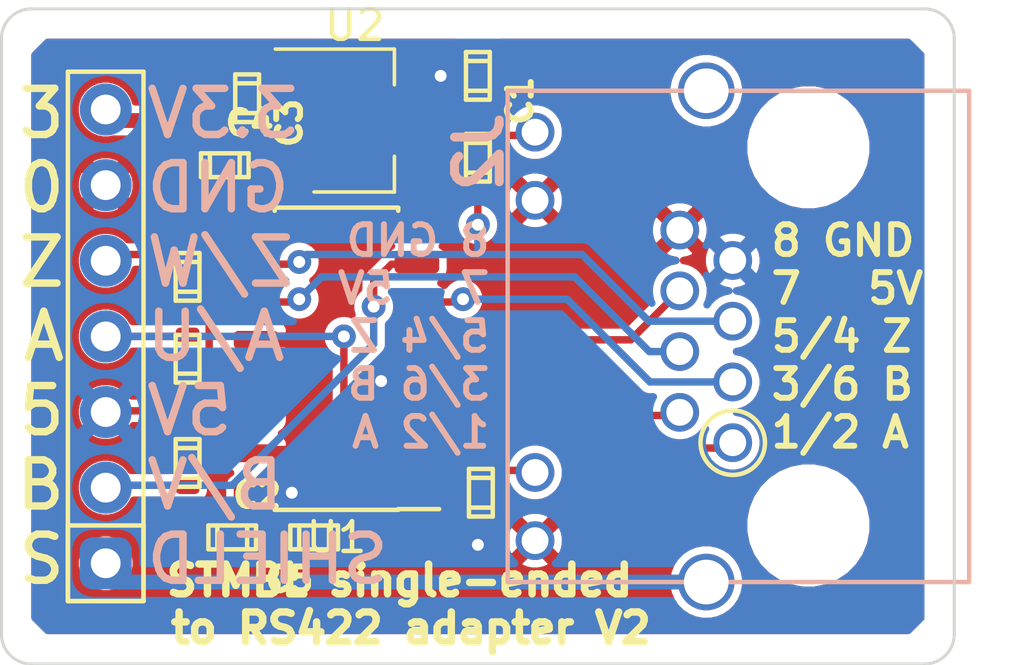
<source format=kicad_pcb>
(kicad_pcb (version 20171130) (host pcbnew "(5.1.4-0-10_14)")

  (general
    (thickness 1.6)
    (drawings 13)
    (tracks 100)
    (zones 0)
    (modules 14)
    (nets 16)
  )

  (page A4)
  (layers
    (0 F.Cu signal)
    (31 B.Cu signal)
    (32 B.Adhes user)
    (33 F.Adhes user)
    (34 B.Paste user)
    (35 F.Paste user)
    (36 B.SilkS user)
    (37 F.SilkS user)
    (38 B.Mask user)
    (39 F.Mask user)
    (40 Dwgs.User user)
    (41 Cmts.User user)
    (42 Eco1.User user)
    (43 Eco2.User user)
    (44 Edge.Cuts user)
    (45 Margin user)
    (46 B.CrtYd user)
    (47 F.CrtYd user)
    (48 B.Fab user)
    (49 F.Fab user)
  )

  (setup
    (last_trace_width 0.25)
    (trace_clearance 0.2)
    (zone_clearance 0.25)
    (zone_45_only no)
    (trace_min 0.2)
    (via_size 0.8)
    (via_drill 0.4)
    (via_min_size 0.4)
    (via_min_drill 0.3)
    (uvia_size 0.3)
    (uvia_drill 0.1)
    (uvias_allowed no)
    (uvia_min_size 0.2)
    (uvia_min_drill 0.1)
    (edge_width 0.05)
    (segment_width 0.2)
    (pcb_text_width 0.3)
    (pcb_text_size 1.5 1.5)
    (mod_edge_width 0.12)
    (mod_text_size 1 1)
    (mod_text_width 0.15)
    (pad_size 1.3 1.3)
    (pad_drill 1)
    (pad_to_mask_clearance 0.051)
    (solder_mask_min_width 0.25)
    (aux_axis_origin 0 0)
    (visible_elements FFFFFF7F)
    (pcbplotparams
      (layerselection 0x010fc_ffffffff)
      (usegerberextensions false)
      (usegerberattributes false)
      (usegerberadvancedattributes false)
      (creategerberjobfile false)
      (excludeedgelayer true)
      (linewidth 0.100000)
      (plotframeref false)
      (viasonmask false)
      (mode 1)
      (useauxorigin false)
      (hpglpennumber 1)
      (hpglpenspeed 20)
      (hpglpendiameter 15.000000)
      (psnegative false)
      (psa4output false)
      (plotreference true)
      (plotvalue true)
      (plotinvisibletext false)
      (padsonsilk false)
      (subtractmaskfromsilk false)
      (outputformat 1)
      (mirror false)
      (drillshape 1)
      (scaleselection 1)
      (outputdirectory ""))
  )

  (net 0 "")
  (net 1 GND)
  (net 2 +5V)
  (net 3 IDX)
  (net 4 A)
  (net 5 B)
  (net 6 GNDA)
  (net 7 "Net-(J2-Pad1)")
  (net 8 "Net-(J2-Pad2)")
  (net 9 "Net-(J2-Pad3)")
  (net 10 "Net-(J2-Pad4)")
  (net 11 "Net-(J2-Pad5)")
  (net 12 "Net-(J2-Pad6)")
  (net 13 "Net-(J2-Pad10)")
  (net 14 "Net-(J2-Pad12)")
  (net 15 +3V3)

  (net_class Default "This is the default net class."
    (clearance 0.2)
    (trace_width 0.25)
    (via_dia 0.8)
    (via_drill 0.4)
    (uvia_dia 0.3)
    (uvia_drill 0.1)
    (add_net +3V3)
    (add_net +5V)
    (add_net A)
    (add_net B)
    (add_net GND)
    (add_net GNDA)
    (add_net IDX)
    (add_net "Net-(J2-Pad1)")
    (add_net "Net-(J2-Pad10)")
    (add_net "Net-(J2-Pad12)")
    (add_net "Net-(J2-Pad2)")
    (add_net "Net-(J2-Pad3)")
    (add_net "Net-(J2-Pad4)")
    (add_net "Net-(J2-Pad5)")
    (add_net "Net-(J2-Pad6)")
    (add_net "Net-(U1-Pad13)")
    (add_net "Net-(U1-Pad14)")
  )

  (module stmbl:Pin_Header_RM2.54_1x7_UP (layer F.Cu) (tedit 5DA83A6C) (tstamp 5DC30DFC)
    (at 146.5 98.62 180)
    (path /5C795FC3)
    (fp_text reference J1 (at 0 2.5) (layer F.SilkS) hide
      (effects (font (size 1.5 1.5) (thickness 0.3)))
    )
    (fp_text value CONN_01X07 (at 0 -2) (layer F.SilkS) hide
      (effects (font (size 1 1) (thickness 0.15)))
    )
    (fp_line (start -1.27 1.27) (end -1.27 -1.27) (layer F.SilkS) (width 0.15))
    (fp_line (start 1.27 1.27) (end -1.27 1.27) (layer F.SilkS) (width 0.15))
    (fp_line (start 1.27 -1.27) (end 1.27 1.27) (layer F.SilkS) (width 0.15))
    (fp_line (start -1.27 -1.27) (end 1.27 -1.27) (layer F.SilkS) (width 0.15))
    (fp_line (start -1.27 16.51) (end -1.27 -1.27) (layer F.SilkS) (width 0.15))
    (fp_line (start 1.27 16.51) (end -1.27 16.51) (layer F.SilkS) (width 0.15))
    (fp_line (start 1.27 -1.27) (end 1.27 16.51) (layer F.SilkS) (width 0.15))
    (fp_line (start -1.27 -1.27) (end 1.27 -1.27) (layer F.SilkS) (width 0.15))
    (pad 7 thru_hole circle (at 0 15.24 180) (size 1.3 1.3) (drill 1) (layers *.Cu *.Mask)
      (net 15 +3V3))
    (pad 7 smd circle (at 0 15.24 180) (size 1.75 1.75) (layers B.Cu B.Mask)
      (net 15 +3V3))
    (pad 6 thru_hole circle (at 0 12.7 180) (size 1.3 1.3) (drill 1) (layers *.Cu *.Mask)
      (net 1 GND))
    (pad 6 smd circle (at 0 12.7 180) (size 1.75 1.75) (layers B.Cu B.Mask)
      (net 1 GND))
    (pad 5 thru_hole circle (at 0 10.16 180) (size 1.3 1.3) (drill 1) (layers *.Cu *.Mask)
      (net 3 IDX))
    (pad 5 smd circle (at 0 10.16 180) (size 1.75 1.75) (layers B.Cu B.Mask)
      (net 3 IDX))
    (pad 4 thru_hole circle (at 0 7.62 180) (size 1.3 1.3) (drill 1) (layers *.Cu *.Mask)
      (net 4 A))
    (pad 4 smd circle (at 0 7.62 180) (size 1.75 1.75) (layers B.Cu B.Mask)
      (net 4 A))
    (pad 3 thru_hole circle (at 0 5.08 180) (size 1.3 1.3) (drill 1) (layers *.Cu *.Mask)
      (net 2 +5V))
    (pad 3 smd circle (at 0 5.08 180) (size 1.75 1.75) (layers B.Cu B.Mask)
      (net 2 +5V))
    (pad 2 thru_hole circle (at 0 2.54 180) (size 1.3 1.3) (drill 1) (layers *.Cu *.Mask)
      (net 5 B))
    (pad 2 smd circle (at 0 2.54 180) (size 1.75 1.75) (layers B.Cu B.Mask)
      (net 5 B))
    (pad 1 thru_hole circle (at 0 0 180) (size 1.3 1.3) (drill 1) (layers *.Cu *.Mask)
      (net 6 GNDA))
    (pad 1 smd roundrect (at 0 0 180) (size 1.75 1.75) (layers B.Cu B.Mask) (roundrect_rratio 0.25)
      (net 6 GNDA))
  )

  (module stmbl:SOT-89-3 (layer F.Cu) (tedit 5DA64954) (tstamp 5DC309D1)
    (at 154.4165 83.75)
    (descr SOT-89-3)
    (tags SOT-89-3)
    (path /5DD6ED30)
    (attr smd)
    (fp_text reference U2 (at 0.45 -3.2) (layer F.SilkS)
      (effects (font (size 1 1) (thickness 0.15)))
    )
    (fp_text value HT75XX-1 (at 0.45 3.25) (layer F.Fab)
      (effects (font (size 1 1) (thickness 0.15)))
    )
    (fp_text user %R (at 0.38 0 90) (layer F.Fab)
      (effects (font (size 0.6 0.6) (thickness 0.09)))
    )
    (fp_line (start 1.78 1.2) (end 1.78 2.4) (layer F.SilkS) (width 0.12))
    (fp_line (start 1.78 2.4) (end -0.92 2.4) (layer F.SilkS) (width 0.12))
    (fp_line (start -2.22 -2.4) (end 1.78 -2.4) (layer F.SilkS) (width 0.12))
    (fp_line (start 1.78 -2.4) (end 1.78 -1.2) (layer F.SilkS) (width 0.12))
    (fp_line (start -0.92 -1.51) (end -0.13 -2.3) (layer F.Fab) (width 0.1))
    (fp_line (start 1.68 -2.3) (end 1.68 2.3) (layer F.Fab) (width 0.1))
    (fp_line (start 1.68 2.3) (end -0.92 2.3) (layer F.Fab) (width 0.1))
    (fp_line (start -0.92 2.3) (end -0.92 -1.51) (layer F.Fab) (width 0.1))
    (fp_line (start -0.13 -2.3) (end 1.68 -2.3) (layer F.Fab) (width 0.1))
    (fp_line (start 3.23 -2.55) (end 3.23 2.55) (layer F.CrtYd) (width 0.05))
    (fp_line (start 3.23 -2.55) (end -2.48 -2.55) (layer F.CrtYd) (width 0.05))
    (fp_line (start -2.48 2.55) (end 3.23 2.55) (layer F.CrtYd) (width 0.05))
    (fp_line (start -2.48 2.55) (end -2.48 -2.55) (layer F.CrtYd) (width 0.05))
    (pad 2 smd trapezoid (at 2.667 0 270) (size 1.6 0.85) (rect_delta 0 0.6 ) (layers F.Cu F.Paste F.Mask)
      (net 2 +5V))
    (pad 1 smd roundrect (at -1.5 -1.5 270) (size 1 1.5) (layers F.Cu F.Paste F.Mask) (roundrect_rratio 0.25)
      (net 1 GND))
    (pad 2 smd roundrect (at -1 0 90) (size 1 2.5) (layers F.Cu F.Paste F.Mask) (roundrect_rratio 0.25)
      (net 2 +5V))
    (pad 3 smd roundrect (at -1.5 1.5 270) (size 1 1.5) (layers F.Cu F.Paste F.Mask) (roundrect_rratio 0.25)
      (net 15 +3V3))
    (pad 2 smd rect (at 1.3335 0 270) (size 2.2 1.84) (layers F.Cu F.Paste F.Mask)
      (net 2 +5V) (zone_connect 2))
    (pad 2 smd trapezoid (at -0.0762 0 90) (size 1.5 1) (rect_delta 0 0.7 ) (layers F.Cu F.Paste F.Mask)
      (net 2 +5V))
    (model ${KISYS3DMOD}/Package_TO_SOT_SMD.3dshapes/SOT-89-3.wrl
      (at (xyz 0 0 0))
      (scale (xyz 1 1 1))
      (rotate (xyz 0 0 0))
    )
  )

  (module stmbl:SOIC-16 (layer F.Cu) (tedit 5DC2FC18) (tstamp 5DC30FD3)
    (at 154.25 91.75 180)
    (descr "16-Lead Plastic Small Outline (SL) - Narrow, 3.90 mm Body [SOIC] (see Microchip Packaging Specification 00000049BS.pdf)")
    (tags "SOIC 1.27")
    (path /5DD226B1)
    (attr smd)
    (fp_text reference U1 (at 0 -6) (layer F.SilkS)
      (effects (font (size 1 1) (thickness 0.15)))
    )
    (fp_text value am26ls31 (at 0 6) (layer F.Fab)
      (effects (font (size 1 1) (thickness 0.15)))
    )
    (fp_text user %R (at 0 0) (layer F.Fab)
      (effects (font (size 0.9 0.9) (thickness 0.135)))
    )
    (fp_line (start -0.95 -4.95) (end 1.95 -4.95) (layer F.Fab) (width 0.15))
    (fp_line (start 1.95 -4.95) (end 1.95 4.95) (layer F.Fab) (width 0.15))
    (fp_line (start 1.95 4.95) (end -1.95 4.95) (layer F.Fab) (width 0.15))
    (fp_line (start -1.95 4.95) (end -1.95 -3.95) (layer F.Fab) (width 0.15))
    (fp_line (start -1.95 -3.95) (end -0.95 -4.95) (layer F.Fab) (width 0.15))
    (fp_line (start -3.7 -5.25) (end -3.7 5.25) (layer F.CrtYd) (width 0.05))
    (fp_line (start 3.7 -5.25) (end 3.7 5.25) (layer F.CrtYd) (width 0.05))
    (fp_line (start -3.7 -5.25) (end 3.7 -5.25) (layer F.CrtYd) (width 0.05))
    (fp_line (start -3.7 5.25) (end 3.7 5.25) (layer F.CrtYd) (width 0.05))
    (fp_line (start -2.075 -5.075) (end -2.075 -5.05) (layer F.SilkS) (width 0.15))
    (fp_line (start 2.075 -5.075) (end 2.075 -4.97) (layer F.SilkS) (width 0.15))
    (fp_line (start 2.075 5.075) (end 2.075 4.97) (layer F.SilkS) (width 0.15))
    (fp_line (start -2.075 5.075) (end -2.075 4.97) (layer F.SilkS) (width 0.15))
    (fp_line (start -2.075 -5.075) (end 2.075 -5.075) (layer F.SilkS) (width 0.15))
    (fp_line (start -2.075 5.075) (end 2.075 5.075) (layer F.SilkS) (width 0.15))
    (fp_line (start -2.075 -5.05) (end -3.45 -5.05) (layer F.SilkS) (width 0.15))
    (pad 1 smd roundrect (at -2.7 -4.445 180) (size 1.5 0.6) (layers F.Cu F.Paste F.Mask) (roundrect_rratio 0.25)
      (net 4 A))
    (pad 2 smd roundrect (at -2.7 -3.175 180) (size 1.5 0.6) (layers F.Cu F.Paste F.Mask) (roundrect_rratio 0.25)
      (net 7 "Net-(J2-Pad1)"))
    (pad 3 smd roundrect (at -2.7 -1.905 180) (size 1.5 0.6) (layers F.Cu F.Paste F.Mask) (roundrect_rratio 0.25)
      (net 8 "Net-(J2-Pad2)"))
    (pad 4 smd roundrect (at -2.7 -0.635 180) (size 1.5 0.6) (layers F.Cu F.Paste F.Mask) (roundrect_rratio 0.25)
      (net 2 +5V))
    (pad 5 smd roundrect (at -2.7 0.635 180) (size 1.5 0.6) (layers F.Cu F.Paste F.Mask) (roundrect_rratio 0.25)
      (net 12 "Net-(J2-Pad6)"))
    (pad 6 smd roundrect (at -2.7 1.905 180) (size 1.5 0.6) (layers F.Cu F.Paste F.Mask) (roundrect_rratio 0.25)
      (net 9 "Net-(J2-Pad3)"))
    (pad 7 smd roundrect (at -2.7 3.175 180) (size 1.5 0.6) (layers F.Cu F.Paste F.Mask) (roundrect_rratio 0.25)
      (net 5 B))
    (pad 8 smd roundrect (at -2.7 4.445 180) (size 1.5 0.6) (layers F.Cu F.Paste F.Mask) (roundrect_rratio 0.25)
      (net 1 GND))
    (pad 9 smd roundrect (at 2.7 4.445 180) (size 1.5 0.6) (layers F.Cu F.Paste F.Mask) (roundrect_rratio 0.25)
      (net 3 IDX))
    (pad 10 smd roundrect (at 2.7 3.175 180) (size 1.5 0.6) (layers F.Cu F.Paste F.Mask) (roundrect_rratio 0.25)
      (net 11 "Net-(J2-Pad5)"))
    (pad 11 smd roundrect (at 2.7 1.905 180) (size 1.5 0.6) (layers F.Cu F.Paste F.Mask) (roundrect_rratio 0.25)
      (net 10 "Net-(J2-Pad4)"))
    (pad 12 smd roundrect (at 2.7 0.635 180) (size 1.5 0.6) (layers F.Cu F.Paste F.Mask) (roundrect_rratio 0.25)
      (net 1 GND))
    (pad 13 smd roundrect (at 2.7 -0.635 180) (size 1.5 0.6) (layers F.Cu F.Paste F.Mask) (roundrect_rratio 0.25))
    (pad 14 smd roundrect (at 2.7 -1.905 180) (size 1.5 0.6) (layers F.Cu F.Paste F.Mask) (roundrect_rratio 0.25))
    (pad 15 smd roundrect (at 2.7 -3.175 180) (size 1.5 0.6) (layers F.Cu F.Paste F.Mask) (roundrect_rratio 0.25)
      (net 1 GND))
    (pad 16 smd roundrect (at 2.7 -4.445 180) (size 1.5 0.6) (layers F.Cu F.Paste F.Mask) (roundrect_rratio 0.25)
      (net 2 +5V))
    (model ${KISYS3DMOD}/Package_SO.3dshapes/SOIC-16_3.9x9.9mm_P1.27mm.wrl
      (at (xyz 0 0 0))
      (scale (xyz 1 1 1))
      (rotate (xyz 0 0 0))
    )
  )

  (module stmbl:C_0603 (layer F.Cu) (tedit 5DA644E2) (tstamp 5DC30902)
    (at 153.5 97.75)
    (descr "Capacitor SMD 0603, reflow soldering, AVX (see smccp.pdf)")
    (tags "capacitor 0603")
    (path /5DD58169)
    (attr smd)
    (fp_text reference C5 (at -0.834 1.416) (layer F.SilkS)
      (effects (font (size 0.8 0.8) (thickness 0.2)))
    )
    (fp_text value 1n (at 0 1.4) (layer F.Fab)
      (effects (font (size 1 1) (thickness 0.15)))
    )
    (fp_line (start 0.5 -0.4) (end 0.5 0.4) (layer F.SilkS) (width 0.15))
    (fp_line (start -0.5 -0.4) (end -0.5 0.4) (layer F.SilkS) (width 0.15))
    (fp_line (start 0.8 -0.4) (end -0.8 -0.4) (layer F.SilkS) (width 0.15))
    (fp_line (start 0.8 0.4) (end 0.8 -0.4) (layer F.SilkS) (width 0.15))
    (fp_line (start -0.8 0.4) (end 0.8 0.4) (layer F.SilkS) (width 0.15))
    (fp_line (start -0.8 -0.4) (end -0.8 0.4) (layer F.SilkS) (width 0.15))
    (fp_line (start -1.3 -0.6) (end 1.3 -0.6) (layer F.CrtYd) (width 0.05))
    (fp_line (start -1.3 0.6) (end 1.3 0.6) (layer F.CrtYd) (width 0.05))
    (fp_line (start -1.3 -0.6) (end -1.3 0.6) (layer F.CrtYd) (width 0.05))
    (fp_line (start 1.3 -0.6) (end 1.3 0.6) (layer F.CrtYd) (width 0.05))
    (pad 2 smd roundrect (at 0.75 0) (size 0.59 0.8) (layers F.Cu F.Paste F.Mask) (roundrect_rratio 0.25)
      (net 1 GND))
    (pad 1 smd roundrect (at -0.75 0) (size 0.59 0.8) (layers F.Cu F.Paste F.Mask) (roundrect_rratio 0.25)
      (net 2 +5V))
    (model ${KISYS3DMOD}/Capacitor_SMD.3dshapes/C_0603_1608Metric.step
      (at (xyz 0 0 0))
      (scale (xyz 1 1 1))
      (rotate (xyz 0 0 0))
    )
  )

  (module stmbl:C_0603 (layer F.Cu) (tedit 5DA644E2) (tstamp 5DC308F2)
    (at 150.5 85.25 180)
    (descr "Capacitor SMD 0603, reflow soldering, AVX (see smccp.pdf)")
    (tags "capacitor 0603")
    (path /5DD7DCEF)
    (attr smd)
    (fp_text reference C4 (at -0.834 1.416) (layer F.SilkS)
      (effects (font (size 0.8 0.8) (thickness 0.2)))
    )
    (fp_text value 1n (at 0 1.4) (layer F.Fab)
      (effects (font (size 1 1) (thickness 0.15)))
    )
    (fp_line (start 0.5 -0.4) (end 0.5 0.4) (layer F.SilkS) (width 0.15))
    (fp_line (start -0.5 -0.4) (end -0.5 0.4) (layer F.SilkS) (width 0.15))
    (fp_line (start 0.8 -0.4) (end -0.8 -0.4) (layer F.SilkS) (width 0.15))
    (fp_line (start 0.8 0.4) (end 0.8 -0.4) (layer F.SilkS) (width 0.15))
    (fp_line (start -0.8 0.4) (end 0.8 0.4) (layer F.SilkS) (width 0.15))
    (fp_line (start -0.8 -0.4) (end -0.8 0.4) (layer F.SilkS) (width 0.15))
    (fp_line (start -1.3 -0.6) (end 1.3 -0.6) (layer F.CrtYd) (width 0.05))
    (fp_line (start -1.3 0.6) (end 1.3 0.6) (layer F.CrtYd) (width 0.05))
    (fp_line (start -1.3 -0.6) (end -1.3 0.6) (layer F.CrtYd) (width 0.05))
    (fp_line (start 1.3 -0.6) (end 1.3 0.6) (layer F.CrtYd) (width 0.05))
    (pad 2 smd roundrect (at 0.75 0 180) (size 0.59 0.8) (layers F.Cu F.Paste F.Mask) (roundrect_rratio 0.25)
      (net 1 GND))
    (pad 1 smd roundrect (at -0.75 0 180) (size 0.59 0.8) (layers F.Cu F.Paste F.Mask) (roundrect_rratio 0.25)
      (net 15 +3V3))
    (model ${KISYS3DMOD}/Capacitor_SMD.3dshapes/C_0603_1608Metric.step
      (at (xyz 0 0 0))
      (scale (xyz 1 1 1))
      (rotate (xyz 0 0 0))
    )
  )

  (module stmbl:C_0603 (layer F.Cu) (tedit 5DA644E2) (tstamp 5DC308E2)
    (at 151.25 83 90)
    (descr "Capacitor SMD 0603, reflow soldering, AVX (see smccp.pdf)")
    (tags "capacitor 0603")
    (path /5DD85645)
    (attr smd)
    (fp_text reference C3 (at -0.834 1.416 90) (layer F.SilkS)
      (effects (font (size 0.8 0.8) (thickness 0.2)))
    )
    (fp_text value 100n (at 0 1.4 90) (layer F.Fab)
      (effects (font (size 1 1) (thickness 0.15)))
    )
    (fp_line (start 0.5 -0.4) (end 0.5 0.4) (layer F.SilkS) (width 0.15))
    (fp_line (start -0.5 -0.4) (end -0.5 0.4) (layer F.SilkS) (width 0.15))
    (fp_line (start 0.8 -0.4) (end -0.8 -0.4) (layer F.SilkS) (width 0.15))
    (fp_line (start 0.8 0.4) (end 0.8 -0.4) (layer F.SilkS) (width 0.15))
    (fp_line (start -0.8 0.4) (end 0.8 0.4) (layer F.SilkS) (width 0.15))
    (fp_line (start -0.8 -0.4) (end -0.8 0.4) (layer F.SilkS) (width 0.15))
    (fp_line (start -1.3 -0.6) (end 1.3 -0.6) (layer F.CrtYd) (width 0.05))
    (fp_line (start -1.3 0.6) (end 1.3 0.6) (layer F.CrtYd) (width 0.05))
    (fp_line (start -1.3 -0.6) (end -1.3 0.6) (layer F.CrtYd) (width 0.05))
    (fp_line (start 1.3 -0.6) (end 1.3 0.6) (layer F.CrtYd) (width 0.05))
    (pad 2 smd roundrect (at 0.75 0 90) (size 0.59 0.8) (layers F.Cu F.Paste F.Mask) (roundrect_rratio 0.25)
      (net 1 GND))
    (pad 1 smd roundrect (at -0.75 0 90) (size 0.59 0.8) (layers F.Cu F.Paste F.Mask) (roundrect_rratio 0.25)
      (net 15 +3V3))
    (model ${KISYS3DMOD}/Capacitor_SMD.3dshapes/C_0603_1608Metric.step
      (at (xyz 0 0 0))
      (scale (xyz 1 1 1))
      (rotate (xyz 0 0 0))
    )
  )

  (module stmbl:R_0603 (layer F.Cu) (tedit 5DA6478D) (tstamp 5C70F729)
    (at 159 85 90)
    (descr "Resistor SMD 0603, reflow soldering, Vishay (see dcrcw.pdf)")
    (tags "resistor 0603")
    (path /5C7AE616)
    (attr smd)
    (fp_text reference R5 (at -3.248 0.04 90) (layer F.SilkS) hide
      (effects (font (size 0.8 0.8) (thickness 0.2)))
    )
    (fp_text value 560 (at 0 1.4 90) (layer F.Fab)
      (effects (font (size 1 1) (thickness 0.15)))
    )
    (fp_line (start 0.5 -0.4) (end 0.5 0.4) (layer F.SilkS) (width 0.15))
    (fp_line (start -0.5 -0.4) (end -0.5 0.4) (layer F.SilkS) (width 0.15))
    (fp_line (start 0.8 -0.4) (end -0.8 -0.4) (layer F.SilkS) (width 0.15))
    (fp_line (start 0.8 0.4) (end 0.8 -0.4) (layer F.SilkS) (width 0.15))
    (fp_line (start -0.8 0.4) (end 0.8 0.4) (layer F.SilkS) (width 0.15))
    (fp_line (start -0.8 -0.4) (end -0.8 0.4) (layer F.SilkS) (width 0.15))
    (fp_line (start -1.3 -0.6) (end 1.3 -0.6) (layer F.CrtYd) (width 0.05))
    (fp_line (start -1.3 0.6) (end 1.3 0.6) (layer F.CrtYd) (width 0.05))
    (fp_line (start -1.3 -0.6) (end -1.3 0.6) (layer F.CrtYd) (width 0.05))
    (fp_line (start 1.3 -0.6) (end 1.3 0.6) (layer F.CrtYd) (width 0.05))
    (pad 2 smd roundrect (at 0.75 0 90) (size 0.59 0.8) (layers F.Cu F.Paste F.Mask) (roundrect_rratio 0.25)
      (net 13 "Net-(J2-Pad10)"))
    (pad 1 smd roundrect (at -0.75 0 90) (size 0.59 0.8) (layers F.Cu F.Paste F.Mask) (roundrect_rratio 0.25)
      (net 11 "Net-(J2-Pad5)"))
    (model ${KISYS3DMOD}/Resistor_SMD.3dshapes/R_0603_1608Metric.step
      (at (xyz 0 0 0))
      (scale (xyz 1 1 1))
      (rotate (xyz 0 0 0))
    )
  )

  (module stmbl:R_0603 (layer F.Cu) (tedit 5DA6478D) (tstamp 5C70F719)
    (at 159.1 96.25 90)
    (descr "Resistor SMD 0603, reflow soldering, Vishay (see dcrcw.pdf)")
    (tags "resistor 0603")
    (path /5C7AD89A)
    (attr smd)
    (fp_text reference R4 (at -3.248 0.04 270) (layer F.SilkS) hide
      (effects (font (size 0.8 0.8) (thickness 0.2)))
    )
    (fp_text value 560 (at 0 1.4 270) (layer F.Fab)
      (effects (font (size 1 1) (thickness 0.15)))
    )
    (fp_line (start 0.5 -0.4) (end 0.5 0.4) (layer F.SilkS) (width 0.15))
    (fp_line (start -0.5 -0.4) (end -0.5 0.4) (layer F.SilkS) (width 0.15))
    (fp_line (start 0.8 -0.4) (end -0.8 -0.4) (layer F.SilkS) (width 0.15))
    (fp_line (start 0.8 0.4) (end 0.8 -0.4) (layer F.SilkS) (width 0.15))
    (fp_line (start -0.8 0.4) (end 0.8 0.4) (layer F.SilkS) (width 0.15))
    (fp_line (start -0.8 -0.4) (end -0.8 0.4) (layer F.SilkS) (width 0.15))
    (fp_line (start -1.3 -0.6) (end 1.3 -0.6) (layer F.CrtYd) (width 0.05))
    (fp_line (start -1.3 0.6) (end 1.3 0.6) (layer F.CrtYd) (width 0.05))
    (fp_line (start -1.3 -0.6) (end -1.3 0.6) (layer F.CrtYd) (width 0.05))
    (fp_line (start 1.3 -0.6) (end 1.3 0.6) (layer F.CrtYd) (width 0.05))
    (pad 2 smd roundrect (at 0.75 0 90) (size 0.59 0.8) (layers F.Cu F.Paste F.Mask) (roundrect_rratio 0.25)
      (net 14 "Net-(J2-Pad12)"))
    (pad 1 smd roundrect (at -0.75 0 90) (size 0.59 0.8) (layers F.Cu F.Paste F.Mask) (roundrect_rratio 0.25)
      (net 2 +5V))
    (model ${KISYS3DMOD}/Resistor_SMD.3dshapes/R_0603_1608Metric.step
      (at (xyz 0 0 0))
      (scale (xyz 1 1 1))
      (rotate (xyz 0 0 0))
    )
  )

  (module stmbl:R_0603 (layer F.Cu) (tedit 5DA6478D) (tstamp 5C70F709)
    (at 149.25 89 90)
    (descr "Resistor SMD 0603, reflow soldering, Vishay (see dcrcw.pdf)")
    (tags "resistor 0603")
    (path /5C7BBC89)
    (attr smd)
    (fp_text reference R3 (at -3.248 0.04 90) (layer F.SilkS) hide
      (effects (font (size 0.8 0.8) (thickness 0.2)))
    )
    (fp_text value 3.9k (at 0 1.4 90) (layer F.Fab)
      (effects (font (size 1 1) (thickness 0.15)))
    )
    (fp_line (start 0.5 -0.4) (end 0.5 0.4) (layer F.SilkS) (width 0.15))
    (fp_line (start -0.5 -0.4) (end -0.5 0.4) (layer F.SilkS) (width 0.15))
    (fp_line (start 0.8 -0.4) (end -0.8 -0.4) (layer F.SilkS) (width 0.15))
    (fp_line (start 0.8 0.4) (end 0.8 -0.4) (layer F.SilkS) (width 0.15))
    (fp_line (start -0.8 0.4) (end 0.8 0.4) (layer F.SilkS) (width 0.15))
    (fp_line (start -0.8 -0.4) (end -0.8 0.4) (layer F.SilkS) (width 0.15))
    (fp_line (start -1.3 -0.6) (end 1.3 -0.6) (layer F.CrtYd) (width 0.05))
    (fp_line (start -1.3 0.6) (end 1.3 0.6) (layer F.CrtYd) (width 0.05))
    (fp_line (start -1.3 -0.6) (end -1.3 0.6) (layer F.CrtYd) (width 0.05))
    (fp_line (start 1.3 -0.6) (end 1.3 0.6) (layer F.CrtYd) (width 0.05))
    (pad 2 smd roundrect (at 0.75 0 90) (size 0.59 0.8) (layers F.Cu F.Paste F.Mask) (roundrect_rratio 0.25)
      (net 3 IDX))
    (pad 1 smd roundrect (at -0.75 0 90) (size 0.59 0.8) (layers F.Cu F.Paste F.Mask) (roundrect_rratio 0.25)
      (net 2 +5V))
    (model ${KISYS3DMOD}/Resistor_SMD.3dshapes/R_0603_1608Metric.step
      (at (xyz 0 0 0))
      (scale (xyz 1 1 1))
      (rotate (xyz 0 0 0))
    )
  )

  (module stmbl:R_0603 (layer F.Cu) (tedit 5DA6478D) (tstamp 5DC31058)
    (at 149.25 95.25 270)
    (descr "Resistor SMD 0603, reflow soldering, Vishay (see dcrcw.pdf)")
    (tags "resistor 0603")
    (path /5C7BBB0C)
    (attr smd)
    (fp_text reference R2 (at -3.248 0.04 270) (layer F.SilkS) hide
      (effects (font (size 0.8 0.8) (thickness 0.2)))
    )
    (fp_text value 3.9k (at 0 1.4 270) (layer F.Fab)
      (effects (font (size 1 1) (thickness 0.15)))
    )
    (fp_line (start 0.5 -0.4) (end 0.5 0.4) (layer F.SilkS) (width 0.15))
    (fp_line (start -0.5 -0.4) (end -0.5 0.4) (layer F.SilkS) (width 0.15))
    (fp_line (start 0.8 -0.4) (end -0.8 -0.4) (layer F.SilkS) (width 0.15))
    (fp_line (start 0.8 0.4) (end 0.8 -0.4) (layer F.SilkS) (width 0.15))
    (fp_line (start -0.8 0.4) (end 0.8 0.4) (layer F.SilkS) (width 0.15))
    (fp_line (start -0.8 -0.4) (end -0.8 0.4) (layer F.SilkS) (width 0.15))
    (fp_line (start -1.3 -0.6) (end 1.3 -0.6) (layer F.CrtYd) (width 0.05))
    (fp_line (start -1.3 0.6) (end 1.3 0.6) (layer F.CrtYd) (width 0.05))
    (fp_line (start -1.3 -0.6) (end -1.3 0.6) (layer F.CrtYd) (width 0.05))
    (fp_line (start 1.3 -0.6) (end 1.3 0.6) (layer F.CrtYd) (width 0.05))
    (pad 2 smd roundrect (at 0.75 0 270) (size 0.59 0.8) (layers F.Cu F.Paste F.Mask) (roundrect_rratio 0.25)
      (net 5 B))
    (pad 1 smd roundrect (at -0.75 0 270) (size 0.59 0.8) (layers F.Cu F.Paste F.Mask) (roundrect_rratio 0.25)
      (net 2 +5V))
    (model ${KISYS3DMOD}/Resistor_SMD.3dshapes/R_0603_1608Metric.step
      (at (xyz 0 0 0))
      (scale (xyz 1 1 1))
      (rotate (xyz 0 0 0))
    )
  )

  (module stmbl:R_0603 (layer F.Cu) (tedit 5DA6478D) (tstamp 5C70F6E9)
    (at 149.25 91.75 90)
    (descr "Resistor SMD 0603, reflow soldering, Vishay (see dcrcw.pdf)")
    (tags "resistor 0603")
    (path /5C7BB4F1)
    (attr smd)
    (fp_text reference R1 (at -3.248 0.04 90) (layer F.SilkS) hide
      (effects (font (size 0.8 0.8) (thickness 0.2)))
    )
    (fp_text value 3.9k (at 0 1.4 90) (layer F.Fab)
      (effects (font (size 1 1) (thickness 0.15)))
    )
    (fp_line (start 0.5 -0.4) (end 0.5 0.4) (layer F.SilkS) (width 0.15))
    (fp_line (start -0.5 -0.4) (end -0.5 0.4) (layer F.SilkS) (width 0.15))
    (fp_line (start 0.8 -0.4) (end -0.8 -0.4) (layer F.SilkS) (width 0.15))
    (fp_line (start 0.8 0.4) (end 0.8 -0.4) (layer F.SilkS) (width 0.15))
    (fp_line (start -0.8 0.4) (end 0.8 0.4) (layer F.SilkS) (width 0.15))
    (fp_line (start -0.8 -0.4) (end -0.8 0.4) (layer F.SilkS) (width 0.15))
    (fp_line (start -1.3 -0.6) (end 1.3 -0.6) (layer F.CrtYd) (width 0.05))
    (fp_line (start -1.3 0.6) (end 1.3 0.6) (layer F.CrtYd) (width 0.05))
    (fp_line (start -1.3 -0.6) (end -1.3 0.6) (layer F.CrtYd) (width 0.05))
    (fp_line (start 1.3 -0.6) (end 1.3 0.6) (layer F.CrtYd) (width 0.05))
    (pad 2 smd roundrect (at 0.75 0 90) (size 0.59 0.8) (layers F.Cu F.Paste F.Mask) (roundrect_rratio 0.25)
      (net 4 A))
    (pad 1 smd roundrect (at -0.75 0 90) (size 0.59 0.8) (layers F.Cu F.Paste F.Mask) (roundrect_rratio 0.25)
      (net 2 +5V))
    (model ${KISYS3DMOD}/Resistor_SMD.3dshapes/R_0603_1608Metric.step
      (at (xyz 0 0 0))
      (scale (xyz 1 1 1))
      (rotate (xyz 0 0 0))
    )
  )

  (module stmbl:RJ45_LED (layer B.Cu) (tedit 58E701F3) (tstamp 5DC30F35)
    (at 175.5 91 90)
    (path /5C78E60A)
    (fp_text reference J2 (at 6.194 -16.462 90) (layer B.SilkS)
      (effects (font (size 1.5 1.5) (thickness 0.3)) (justify mirror))
    )
    (fp_text value RJ45_LED (at -5 1 90) (layer B.Fab)
      (effects (font (size 1 1) (thickness 0.15)) (justify mirror))
    )
    (fp_line (start 8.25 0) (end -8.25 0) (layer B.SilkS) (width 0.15))
    (fp_line (start -8.25 0) (end -8.25 -15.5) (layer B.SilkS) (width 0.15))
    (fp_line (start -8.25 -15.5) (end 8.25 -15.5) (layer B.SilkS) (width 0.15))
    (fp_line (start 8.25 -15.5) (end 8.25 0) (layer B.SilkS) (width 0.15))
    (fp_circle (center -3.57 -7.94) (end -3.556 -6.858) (layer F.SilkS) (width 0.15))
    (pad "" np_thru_hole circle (at 6.35 -5.4 90) (size 3.1 3.1) (drill 3.1) (layers *.Cu *.Mask)
      (clearance 0.5))
    (pad "" np_thru_hole circle (at -6.35 -5.4 90) (size 3.1 3.1) (drill 3.1) (layers *.Cu *.Mask)
      (clearance 0.5))
    (pad 13 thru_hole circle (at 8.25 -8.83 90) (size 1.9 1.9) (drill 1.5) (layers *.Cu *.Mask)
      (net 6 GNDA))
    (pad 13 thru_hole circle (at -8.25 -8.83 90) (size 1.9 1.9) (drill 1.5) (layers *.Cu *.Mask)
      (net 6 GNDA))
    (pad 1 thru_hole circle (at -3.57 -7.94 90) (size 1.3 1.3) (drill 0.9) (layers *.Cu *.Mask)
      (net 7 "Net-(J2-Pad1)"))
    (pad 2 thru_hole circle (at -2.55 -9.72 90) (size 1.3 1.3) (drill 0.9) (layers *.Cu *.Mask)
      (net 8 "Net-(J2-Pad2)"))
    (pad 3 thru_hole circle (at -1.53 -7.94 90) (size 1.3 1.3) (drill 0.9) (layers *.Cu *.Mask)
      (net 9 "Net-(J2-Pad3)"))
    (pad 4 thru_hole circle (at -0.51 -9.72 90) (size 1.3 1.3) (drill 0.9) (layers *.Cu *.Mask)
      (net 10 "Net-(J2-Pad4)"))
    (pad 5 thru_hole circle (at 0.51 -7.94 90) (size 1.3 1.3) (drill 0.9) (layers *.Cu *.Mask)
      (net 11 "Net-(J2-Pad5)"))
    (pad 6 thru_hole circle (at 1.53 -9.72 90) (size 1.3 1.3) (drill 0.9) (layers *.Cu *.Mask)
      (net 12 "Net-(J2-Pad6)"))
    (pad 7 thru_hole circle (at 2.55 -7.94 90) (size 1.3 1.3) (drill 0.9) (layers *.Cu *.Mask)
      (net 2 +5V))
    (pad 8 thru_hole circle (at 3.57 -9.72 90) (size 1.3 1.3) (drill 0.9) (layers *.Cu *.Mask)
      (net 1 GND))
    (pad 10 thru_hole circle (at 6.86 -14.58 90) (size 1.3 1.3) (drill 0.9) (layers *.Cu *.Mask)
      (net 13 "Net-(J2-Pad10)"))
    (pad 9 thru_hole circle (at 4.57 -14.58 90) (size 1.3 1.3) (drill 0.9) (layers *.Cu *.Mask)
      (net 1 GND))
    (pad 12 thru_hole circle (at -4.57 -14.58 90) (size 1.3 1.3) (drill 0.9) (layers *.Cu *.Mask)
      (net 14 "Net-(J2-Pad12)"))
    (pad 11 thru_hole circle (at -6.86 -14.58 90) (size 1.3 1.3) (drill 0.9) (layers *.Cu *.Mask)
      (net 1 GND))
    (model ${KIPRJMOD}/../lib/stmbl.pretty/RIA_AJT10L8813-011.wrl
      (at (xyz 0 0 0))
      (scale (xyz 393.7 393.7 393.7))
      (rotate (xyz -90 0 180))
    )
  )

  (module stmbl:C_0603 (layer F.Cu) (tedit 5DA644E2) (tstamp 5C70F68F)
    (at 150.75 97.75 180)
    (descr "Capacitor SMD 0603, reflow soldering, AVX (see smccp.pdf)")
    (tags "capacitor 0603")
    (path /5C79998F)
    (attr smd)
    (fp_text reference C2 (at -0.834 1.416) (layer F.SilkS)
      (effects (font (size 0.8 0.8) (thickness 0.2)))
    )
    (fp_text value 100n (at 0 1.4) (layer F.Fab)
      (effects (font (size 1 1) (thickness 0.15)))
    )
    (fp_line (start 0.5 -0.4) (end 0.5 0.4) (layer F.SilkS) (width 0.15))
    (fp_line (start -0.5 -0.4) (end -0.5 0.4) (layer F.SilkS) (width 0.15))
    (fp_line (start 0.8 -0.4) (end -0.8 -0.4) (layer F.SilkS) (width 0.15))
    (fp_line (start 0.8 0.4) (end 0.8 -0.4) (layer F.SilkS) (width 0.15))
    (fp_line (start -0.8 0.4) (end 0.8 0.4) (layer F.SilkS) (width 0.15))
    (fp_line (start -0.8 -0.4) (end -0.8 0.4) (layer F.SilkS) (width 0.15))
    (fp_line (start -1.3 -0.6) (end 1.3 -0.6) (layer F.CrtYd) (width 0.05))
    (fp_line (start -1.3 0.6) (end 1.3 0.6) (layer F.CrtYd) (width 0.05))
    (fp_line (start -1.3 -0.6) (end -1.3 0.6) (layer F.CrtYd) (width 0.05))
    (fp_line (start 1.3 -0.6) (end 1.3 0.6) (layer F.CrtYd) (width 0.05))
    (pad 2 smd roundrect (at 0.75 0 180) (size 0.59 0.8) (layers F.Cu F.Paste F.Mask) (roundrect_rratio 0.25)
      (net 1 GND))
    (pad 1 smd roundrect (at -0.75 0 180) (size 0.59 0.8) (layers F.Cu F.Paste F.Mask) (roundrect_rratio 0.25)
      (net 2 +5V))
    (model ${KISYS3DMOD}/Capacitor_SMD.3dshapes/C_0603_1608Metric.step
      (at (xyz 0 0 0))
      (scale (xyz 1 1 1))
      (rotate (xyz 0 0 0))
    )
  )

  (module stmbl:C_0603 (layer F.Cu) (tedit 5DA644E2) (tstamp 5C70F67F)
    (at 159 82.25 90)
    (descr "Capacitor SMD 0603, reflow soldering, AVX (see smccp.pdf)")
    (tags "capacitor 0603")
    (path /5C799546)
    (attr smd)
    (fp_text reference C1 (at -0.834 1.416 270) (layer F.SilkS)
      (effects (font (size 0.8 0.8) (thickness 0.2)))
    )
    (fp_text value 100n (at 0 1.4 270) (layer F.Fab)
      (effects (font (size 1 1) (thickness 0.15)))
    )
    (fp_line (start 0.5 -0.4) (end 0.5 0.4) (layer F.SilkS) (width 0.15))
    (fp_line (start -0.5 -0.4) (end -0.5 0.4) (layer F.SilkS) (width 0.15))
    (fp_line (start 0.8 -0.4) (end -0.8 -0.4) (layer F.SilkS) (width 0.15))
    (fp_line (start 0.8 0.4) (end 0.8 -0.4) (layer F.SilkS) (width 0.15))
    (fp_line (start -0.8 0.4) (end 0.8 0.4) (layer F.SilkS) (width 0.15))
    (fp_line (start -0.8 -0.4) (end -0.8 0.4) (layer F.SilkS) (width 0.15))
    (fp_line (start -1.3 -0.6) (end 1.3 -0.6) (layer F.CrtYd) (width 0.05))
    (fp_line (start -1.3 0.6) (end 1.3 0.6) (layer F.CrtYd) (width 0.05))
    (fp_line (start -1.3 -0.6) (end -1.3 0.6) (layer F.CrtYd) (width 0.05))
    (fp_line (start 1.3 -0.6) (end 1.3 0.6) (layer F.CrtYd) (width 0.05))
    (pad 2 smd roundrect (at 0.75 0 90) (size 0.59 0.8) (layers F.Cu F.Paste F.Mask) (roundrect_rratio 0.25)
      (net 1 GND))
    (pad 1 smd roundrect (at -0.75 0 90) (size 0.59 0.8) (layers F.Cu F.Paste F.Mask) (roundrect_rratio 0.25)
      (net 2 +5V))
    (model ${KISYS3DMOD}/Capacitor_SMD.3dshapes/C_0603_1608Metric.step
      (at (xyz 0 0 0))
      (scale (xyz 1 1 1))
      (rotate (xyz 0 0 0))
    )
  )

  (gr_text "3\n0\nZ\nA\n5\nB\nS" (at 145.25 91) (layer F.SilkS) (tstamp 5DC33CFE)
    (effects (font (size 1.55 1.55) (thickness 0.25)) (justify right))
  )
  (gr_text "8 GND\n7   5V\n5/4 Z\n3/6 B\n1/2 A" (at 168.75 91) (layer F.SilkS) (tstamp 5DC33CAE)
    (effects (font (size 1 1) (thickness 0.2)) (justify left))
  )
  (gr_text "8 GND\n7   5V\n5/4 Z\n3/6 B\n1/2 A" (at 159.5 91) (layer B.SilkS) (tstamp 5DC3402A)
    (effects (font (size 1 1) (thickness 0.2)) (justify left mirror))
  )
  (gr_arc (start 174 81) (end 175 81) (angle -90) (layer Edge.Cuts) (width 0.1) (tstamp 5DC3259E))
  (gr_arc (start 174 101) (end 174 102) (angle -90) (layer Edge.Cuts) (width 0.1) (tstamp 5DC3258E))
  (gr_arc (start 144 101) (end 143 101) (angle -90) (layer Edge.Cuts) (width 0.1) (tstamp 5DC32585))
  (gr_arc (start 144 81) (end 144 80) (angle -90) (layer Edge.Cuts) (width 0.1))
  (gr_text "3.3V\nGND\nZ/W\nA/U\n5V\nB/V\nSHIELD" (at 147.75 91) (layer B.SilkS)
    (effects (font (size 1.55 1.55) (thickness 0.25)) (justify right mirror))
  )
  (gr_text "STMBL single-ended \nto RS422 adapter V2" (at 156.75 100) (layer F.SilkS)
    (effects (font (size 1 1) (thickness 0.25)))
  )
  (gr_line (start 143 101) (end 143 81) (layer Edge.Cuts) (width 0.1) (tstamp 5C7110E9))
  (gr_line (start 174 102) (end 144 102) (layer Edge.Cuts) (width 0.1))
  (gr_line (start 175 81) (end 175 101) (layer Edge.Cuts) (width 0.1))
  (gr_line (start 144 80) (end 174 80) (layer Edge.Cuts) (width 0.1))

  (segment (start 151.5 96.245) (end 151.55 96.195) (width 0.5) (layer F.Cu) (net 2))
  (segment (start 151.5 97.75) (end 151.5 96.245) (width 0.5) (layer F.Cu) (net 2))
  (segment (start 151.5 97.75) (end 152.75 97.75) (width 0.5) (layer F.Cu) (net 2))
  (via (at 152.75 96.25) (size 0.8) (drill 0.4) (layers F.Cu B.Cu) (net 2))
  (segment (start 152.75 97.75) (end 152.75 96.25) (width 0.5) (layer F.Cu) (net 2))
  (segment (start 149.25 92.5) (end 149.25 94.5) (width 0.25) (layer F.Cu) (net 2))
  (segment (start 149.25 93.5) (end 146.54 93.5) (width 0.25) (layer F.Cu) (net 2))
  (segment (start 146.54 93.5) (end 146.5 93.54) (width 0.25) (layer F.Cu) (net 2))
  (segment (start 149.25 94.5) (end 149.25 93.5) (width 0.25) (layer F.Cu) (net 2))
  (segment (start 149.75 92.5) (end 149.25 92.5) (width 0.25) (layer F.Cu) (net 2))
  (segment (start 149.97501 92.27499) (end 149.75 92.5) (width 0.25) (layer F.Cu) (net 2))
  (segment (start 149.97501 89.97501) (end 149.97501 92.27499) (width 0.25) (layer F.Cu) (net 2))
  (segment (start 149.75 89.75) (end 149.97501 89.97501) (width 0.25) (layer F.Cu) (net 2))
  (segment (start 149.25 89.75) (end 149.75 89.75) (width 0.25) (layer F.Cu) (net 2))
  (via (at 155.75 92.5) (size 0.8) (drill 0.4) (layers F.Cu B.Cu) (net 2))
  (segment (start 155.865 92.385) (end 155.75 92.5) (width 0.25) (layer F.Cu) (net 2))
  (segment (start 156.95 92.385) (end 155.865 92.385) (width 0.25) (layer F.Cu) (net 2))
  (via (at 159 98) (size 0.8) (drill 0.4) (layers F.Cu B.Cu) (net 2))
  (segment (start 159.1 97.9) (end 159 98) (width 0.25) (layer F.Cu) (net 2))
  (segment (start 159.1 97) (end 159.1 97.9) (width 0.25) (layer F.Cu) (net 2))
  (segment (start 157.75 83.75) (end 157.0835 83.75) (width 0.5) (layer F.Cu) (net 2))
  (segment (start 158.5 83) (end 157.75 83.75) (width 0.5) (layer F.Cu) (net 2))
  (segment (start 159 83) (end 158.5 83) (width 0.5) (layer F.Cu) (net 2))
  (segment (start 153.4165 83.75) (end 154.3403 83.75) (width 0.5) (layer F.Cu) (net 2))
  (segment (start 153.4165 83.75) (end 155.75 83.75) (width 0.5) (layer F.Cu) (net 2))
  (segment (start 155.75 83.75) (end 157.0835 83.75) (width 0.5) (layer F.Cu) (net 2))
  (via (at 157.75 82.25) (size 0.8) (drill 0.4) (layers F.Cu B.Cu) (net 2))
  (segment (start 158.5 83) (end 157.75 82.25) (width 0.5) (layer F.Cu) (net 2))
  (segment (start 149.610694 87.889306) (end 149.25 88.25) (width 0.25) (layer F.Cu) (net 3))
  (segment (start 150.25 87.25) (end 149.610694 87.889306) (width 0.25) (layer F.Cu) (net 3))
  (segment (start 151.495 87.25) (end 150.25 87.25) (width 0.25) (layer F.Cu) (net 3))
  (segment (start 151.55 87.305) (end 151.495 87.25) (width 0.25) (layer F.Cu) (net 3))
  (segment (start 146.71 88.25) (end 146.5 88.46) (width 0.25) (layer F.Cu) (net 3))
  (segment (start 149.25 88.25) (end 146.71 88.25) (width 0.25) (layer F.Cu) (net 3))
  (segment (start 149.25 91) (end 146.5 91) (width 0.25) (layer F.Cu) (net 4))
  (segment (start 154.5 91.565685) (end 154.5 91) (width 0.25) (layer F.Cu) (net 4))
  (segment (start 156.95 96.195) (end 156.1 96.195) (width 0.25) (layer F.Cu) (net 4))
  (segment (start 154.5 94.595) (end 154.5 91.565685) (width 0.25) (layer F.Cu) (net 4))
  (segment (start 156.1 96.195) (end 154.5 94.595) (width 0.25) (layer F.Cu) (net 4))
  (segment (start 146.5 91) (end 154.5 91) (width 0.25) (layer B.Cu) (net 4))
  (via (at 154.5 91) (size 0.8) (drill 0.4) (layers F.Cu B.Cu) (net 4))
  (segment (start 146.58 96) (end 146.5 96.08) (width 0.25) (layer F.Cu) (net 5))
  (segment (start 149.25 96) (end 146.58 96) (width 0.25) (layer F.Cu) (net 5))
  (segment (start 155.5 89.434315) (end 155.5 90) (width 0.25) (layer F.Cu) (net 5))
  (via (at 155.5 90) (size 0.8) (drill 0.4) (layers F.Cu B.Cu) (net 5))
  (segment (start 156.95 88.575) (end 156.1 88.575) (width 0.25) (layer F.Cu) (net 5))
  (segment (start 155.5 89.175) (end 155.5 89.434315) (width 0.25) (layer F.Cu) (net 5))
  (segment (start 156.1 88.575) (end 155.5 89.175) (width 0.25) (layer F.Cu) (net 5))
  (segment (start 155.5 91.25) (end 155.5 90) (width 0.25) (layer B.Cu) (net 5))
  (segment (start 150.75 96) (end 155.5 91.25) (width 0.25) (layer B.Cu) (net 5))
  (segment (start 146.58 96) (end 150.75 96) (width 0.25) (layer B.Cu) (net 5))
  (segment (start 146.5 96.08) (end 146.58 96) (width 0.25) (layer B.Cu) (net 5))
  (segment (start 165.326498 99.25) (end 166.67 99.25) (width 0.5) (layer B.Cu) (net 6))
  (segment (start 147 99.25) (end 165.326498 99.25) (width 0.5) (layer B.Cu) (net 6))
  (segment (start 146.5 98.75) (end 147 99.25) (width 0.5) (layer B.Cu) (net 6))
  (segment (start 146.5 98.62) (end 146.5 98.75) (width 0.5) (layer B.Cu) (net 6))
  (segment (start 156.95 94.925) (end 158.215 94.925) (width 0.25) (layer F.Cu) (net 7))
  (segment (start 165.25 94.75) (end 167.38 94.75) (width 0.25) (layer F.Cu) (net 7))
  (segment (start 165 94.5) (end 165.25 94.75) (width 0.25) (layer F.Cu) (net 7))
  (segment (start 158.64 94.5) (end 165 94.5) (width 0.25) (layer F.Cu) (net 7))
  (segment (start 167.38 94.75) (end 167.56 94.57) (width 0.25) (layer F.Cu) (net 7))
  (segment (start 158.215 94.925) (end 158.64 94.5) (width 0.25) (layer F.Cu) (net 7))
  (segment (start 165.675 93.655) (end 165.78 93.55) (width 0.25) (layer F.Cu) (net 8))
  (segment (start 156.95 93.655) (end 165.675 93.655) (width 0.25) (layer F.Cu) (net 8))
  (via (at 158.5 89.75) (size 0.8) (drill 0.4) (layers F.Cu B.Cu) (net 9))
  (segment (start 158.405 89.845) (end 158.5 89.75) (width 0.25) (layer F.Cu) (net 9))
  (segment (start 156.95 89.845) (end 158.405 89.845) (width 0.25) (layer F.Cu) (net 9))
  (segment (start 164.78 92.53) (end 167.56 92.53) (width 0.25) (layer B.Cu) (net 9))
  (segment (start 162 89.75) (end 164.78 92.53) (width 0.25) (layer B.Cu) (net 9))
  (segment (start 158.5 89.75) (end 162 89.75) (width 0.25) (layer B.Cu) (net 9))
  (via (at 153 89.75) (size 0.8) (drill 0.4) (layers F.Cu B.Cu) (net 10))
  (segment (start 152.905 89.845) (end 153 89.75) (width 0.25) (layer F.Cu) (net 10))
  (segment (start 151.55 89.845) (end 152.905 89.845) (width 0.25) (layer F.Cu) (net 10))
  (segment (start 164.76 91.51) (end 164.860762 91.51) (width 0.25) (layer B.Cu) (net 10))
  (segment (start 162.25 89) (end 164.76 91.51) (width 0.25) (layer B.Cu) (net 10))
  (segment (start 153.75 89) (end 162.25 89) (width 0.25) (layer B.Cu) (net 10))
  (segment (start 164.860762 91.51) (end 165.78 91.51) (width 0.25) (layer B.Cu) (net 10))
  (segment (start 153 89.75) (end 153.75 89) (width 0.25) (layer B.Cu) (net 10))
  (via (at 153 88.5) (size 0.8) (drill 0.4) (layers F.Cu B.Cu) (net 11))
  (segment (start 152.925 88.575) (end 153 88.5) (width 0.25) (layer F.Cu) (net 11))
  (segment (start 151.55 88.575) (end 152.925 88.575) (width 0.25) (layer F.Cu) (net 11))
  (segment (start 164.74 90.49) (end 167.56 90.49) (width 0.25) (layer B.Cu) (net 11))
  (segment (start 162.5 88.25) (end 164.74 90.49) (width 0.25) (layer B.Cu) (net 11))
  (segment (start 153 88.5) (end 153.25 88.25) (width 0.25) (layer B.Cu) (net 11))
  (via (at 159 87.25) (size 0.8) (drill 0.4) (layers F.Cu B.Cu) (net 11))
  (segment (start 159 85.75) (end 159 87.25) (width 0.25) (layer F.Cu) (net 11))
  (segment (start 159 87.25) (end 159 88.25) (width 0.25) (layer B.Cu) (net 11))
  (segment (start 159 88.25) (end 162.5 88.25) (width 0.25) (layer B.Cu) (net 11))
  (segment (start 153.25 88.25) (end 159 88.25) (width 0.25) (layer B.Cu) (net 11))
  (segment (start 164.135 91.115) (end 165.75 89.5) (width 0.25) (layer F.Cu) (net 12))
  (segment (start 165.75 89.5) (end 165.78 89.47) (width 0.25) (layer F.Cu) (net 12))
  (segment (start 156.95 91.115) (end 164.135 91.115) (width 0.25) (layer F.Cu) (net 12))
  (segment (start 160.81 84.25) (end 160.92 84.14) (width 0.25) (layer F.Cu) (net 13))
  (segment (start 159 84.25) (end 160.81 84.25) (width 0.25) (layer F.Cu) (net 13))
  (segment (start 160.85 95.5) (end 160.92 95.57) (width 0.25) (layer F.Cu) (net 14))
  (segment (start 159.1 95.5) (end 160.85 95.5) (width 0.25) (layer F.Cu) (net 14))
  (segment (start 152.9165 85.25) (end 151.25 85.25) (width 0.5) (layer F.Cu) (net 15))
  (segment (start 151.25 85.25) (end 151.25 83.75) (width 0.5) (layer F.Cu) (net 15))
  (segment (start 146.87 83.75) (end 146.5 83.38) (width 0.5) (layer F.Cu) (net 15))
  (segment (start 151.25 83.75) (end 146.87 83.75) (width 0.5) (layer F.Cu) (net 15))

  (zone (net 1) (net_name GND) (layer F.Cu) (tstamp 0) (hatch edge 0.508)
    (connect_pads (clearance 0.25))
    (min_thickness 0.25)
    (fill yes (arc_segments 32) (thermal_gap 0.25) (thermal_bridge_width 0.5))
    (polygon
      (pts
        (xy 144 81.5) (xy 144.5 81) (xy 173.5 81) (xy 174 81.5) (xy 174 100.5)
        (xy 173.5 101) (xy 144.5 101) (xy 144 100.5)
      )
    )
    (filled_polygon
      (pts
        (xy 158.230426 81.131487) (xy 158.223186 81.205) (xy 158.225 81.28125) (xy 158.31875 81.375) (xy 158.875 81.375)
        (xy 158.875 81.355) (xy 159.125 81.355) (xy 159.125 81.375) (xy 159.68125 81.375) (xy 159.775 81.28125)
        (xy 159.776814 81.205) (xy 159.769574 81.131487) (xy 159.767606 81.125) (xy 173.448224 81.125) (xy 173.875 81.551776)
        (xy 173.875 100.448224) (xy 173.448224 100.875) (xy 144.551776 100.875) (xy 144.125 100.448224) (xy 144.125 98.519046)
        (xy 145.475 98.519046) (xy 145.475 98.720954) (xy 145.51439 98.918982) (xy 145.591656 99.10552) (xy 145.70383 99.2734)
        (xy 145.8466 99.41617) (xy 146.01448 99.528344) (xy 146.201018 99.60561) (xy 146.399046 99.645) (xy 146.600954 99.645)
        (xy 146.798982 99.60561) (xy 146.98552 99.528344) (xy 147.1534 99.41617) (xy 147.29617 99.2734) (xy 147.399003 99.119499)
        (xy 165.345 99.119499) (xy 165.345 99.380501) (xy 165.395919 99.636488) (xy 165.4958 99.877623) (xy 165.640805 100.094638)
        (xy 165.825362 100.279195) (xy 166.042377 100.4242) (xy 166.283512 100.524081) (xy 166.539499 100.575) (xy 166.800501 100.575)
        (xy 167.056488 100.524081) (xy 167.297623 100.4242) (xy 167.514638 100.279195) (xy 167.699195 100.094638) (xy 167.8442 99.877623)
        (xy 167.944081 99.636488) (xy 167.995 99.380501) (xy 167.995 99.119499) (xy 167.944081 98.863512) (xy 167.8442 98.622377)
        (xy 167.699195 98.405362) (xy 167.514638 98.220805) (xy 167.297623 98.0758) (xy 167.056488 97.975919) (xy 166.800501 97.925)
        (xy 166.539499 97.925) (xy 166.283512 97.975919) (xy 166.042377 98.0758) (xy 165.825362 98.220805) (xy 165.640805 98.405362)
        (xy 165.4958 98.622377) (xy 165.395919 98.863512) (xy 165.345 99.119499) (xy 147.399003 99.119499) (xy 147.408344 99.10552)
        (xy 147.48561 98.918982) (xy 147.525 98.720954) (xy 147.525 98.519046) (xy 147.48561 98.321018) (xy 147.414773 98.15)
        (xy 149.328186 98.15) (xy 149.335426 98.223513) (xy 149.356869 98.2942) (xy 149.391691 98.359347) (xy 149.438552 98.416448)
        (xy 149.495653 98.463309) (xy 149.5608 98.498131) (xy 149.631487 98.519574) (xy 149.705 98.526814) (xy 149.78125 98.525)
        (xy 149.875 98.43125) (xy 149.875 97.875) (xy 150.125 97.875) (xy 150.125 98.43125) (xy 150.21875 98.525)
        (xy 150.295 98.526814) (xy 150.368513 98.519574) (xy 150.4392 98.498131) (xy 150.504347 98.463309) (xy 150.561448 98.416448)
        (xy 150.608309 98.359347) (xy 150.643131 98.2942) (xy 150.664574 98.223513) (xy 150.671814 98.15) (xy 150.67 97.96875)
        (xy 150.57625 97.875) (xy 150.125 97.875) (xy 149.875 97.875) (xy 149.42375 97.875) (xy 149.33 97.96875)
        (xy 149.328186 98.15) (xy 147.414773 98.15) (xy 147.408344 98.13448) (xy 147.29617 97.9666) (xy 147.1534 97.82383)
        (xy 146.98552 97.711656) (xy 146.798982 97.63439) (xy 146.600954 97.595) (xy 146.399046 97.595) (xy 146.201018 97.63439)
        (xy 146.01448 97.711656) (xy 145.8466 97.82383) (xy 145.70383 97.9666) (xy 145.591656 98.13448) (xy 145.51439 98.321018)
        (xy 145.475 98.519046) (xy 144.125 98.519046) (xy 144.125 97.35) (xy 149.328186 97.35) (xy 149.33 97.53125)
        (xy 149.42375 97.625) (xy 149.875 97.625) (xy 149.875 97.06875) (xy 150.125 97.06875) (xy 150.125 97.625)
        (xy 150.57625 97.625) (xy 150.67 97.53125) (xy 150.671814 97.35) (xy 150.664574 97.276487) (xy 150.643131 97.2058)
        (xy 150.608309 97.140653) (xy 150.561448 97.083552) (xy 150.504347 97.036691) (xy 150.4392 97.001869) (xy 150.368513 96.980426)
        (xy 150.295 96.973186) (xy 150.21875 96.975) (xy 150.125 97.06875) (xy 149.875 97.06875) (xy 149.78125 96.975)
        (xy 149.705 96.973186) (xy 149.631487 96.980426) (xy 149.5608 97.001869) (xy 149.495653 97.036691) (xy 149.438552 97.083552)
        (xy 149.391691 97.140653) (xy 149.356869 97.2058) (xy 149.335426 97.276487) (xy 149.328186 97.35) (xy 144.125 97.35)
        (xy 144.125 95.979046) (xy 145.475 95.979046) (xy 145.475 96.180954) (xy 145.51439 96.378982) (xy 145.591656 96.56552)
        (xy 145.70383 96.7334) (xy 145.8466 96.87617) (xy 146.01448 96.988344) (xy 146.201018 97.06561) (xy 146.399046 97.105)
        (xy 146.600954 97.105) (xy 146.798982 97.06561) (xy 146.98552 96.988344) (xy 147.1534 96.87617) (xy 147.29617 96.7334)
        (xy 147.408344 96.56552) (xy 147.435483 96.5) (xy 148.61178 96.5) (xy 148.626754 96.518246) (xy 148.706207 96.583451)
        (xy 148.796854 96.631903) (xy 148.895211 96.661739) (xy 148.9975 96.671814) (xy 149.5025 96.671814) (xy 149.604789 96.661739)
        (xy 149.703146 96.631903) (xy 149.793793 96.583451) (xy 149.873246 96.518246) (xy 149.938451 96.438793) (xy 149.986903 96.348146)
        (xy 150.016739 96.249789) (xy 150.026814 96.1475) (xy 150.026814 95.8525) (xy 150.016739 95.750211) (xy 149.986903 95.651854)
        (xy 149.938451 95.561207) (xy 149.873246 95.481754) (xy 149.793793 95.416549) (xy 149.703146 95.368097) (xy 149.604789 95.338261)
        (xy 149.5025 95.328186) (xy 148.9975 95.328186) (xy 148.895211 95.338261) (xy 148.796854 95.368097) (xy 148.706207 95.416549)
        (xy 148.626754 95.481754) (xy 148.61178 95.5) (xy 147.345214 95.5) (xy 147.29617 95.4266) (xy 147.1534 95.28383)
        (xy 147.065355 95.225) (xy 150.423186 95.225) (xy 150.430426 95.298513) (xy 150.451869 95.3692) (xy 150.486691 95.434347)
        (xy 150.533552 95.491448) (xy 150.590653 95.538309) (xy 150.6558 95.573131) (xy 150.697156 95.585676) (xy 150.657318 95.60697)
        (xy 150.577486 95.672486) (xy 150.51197 95.752318) (xy 150.463287 95.843397) (xy 150.433309 95.942224) (xy 150.423186 96.045)
        (xy 150.423186 96.345) (xy 150.433309 96.447776) (xy 150.463287 96.546603) (xy 150.51197 96.637682) (xy 150.577486 96.717514)
        (xy 150.657318 96.78303) (xy 150.748397 96.831713) (xy 150.847224 96.861691) (xy 150.875001 96.864427) (xy 150.875 97.283939)
        (xy 150.868097 97.296854) (xy 150.838261 97.395211) (xy 150.828186 97.4975) (xy 150.828186 98.0025) (xy 150.838261 98.104789)
        (xy 150.868097 98.203146) (xy 150.916549 98.293793) (xy 150.981754 98.373246) (xy 151.061207 98.438451) (xy 151.151854 98.486903)
        (xy 151.250211 98.516739) (xy 151.3525 98.526814) (xy 151.6475 98.526814) (xy 151.749789 98.516739) (xy 151.848146 98.486903)
        (xy 151.938793 98.438451) (xy 152.016109 98.375) (xy 152.233891 98.375) (xy 152.311207 98.438451) (xy 152.401854 98.486903)
        (xy 152.500211 98.516739) (xy 152.6025 98.526814) (xy 152.8975 98.526814) (xy 152.999789 98.516739) (xy 153.098146 98.486903)
        (xy 153.188793 98.438451) (xy 153.268246 98.373246) (xy 153.333451 98.293793) (xy 153.381903 98.203146) (xy 153.398024 98.15)
        (xy 153.578186 98.15) (xy 153.585426 98.223513) (xy 153.606869 98.2942) (xy 153.641691 98.359347) (xy 153.688552 98.416448)
        (xy 153.745653 98.463309) (xy 153.8108 98.498131) (xy 153.881487 98.519574) (xy 153.955 98.526814) (xy 154.03125 98.525)
        (xy 154.125 98.43125) (xy 154.125 97.875) (xy 154.375 97.875) (xy 154.375 98.43125) (xy 154.46875 98.525)
        (xy 154.545 98.526814) (xy 154.618513 98.519574) (xy 154.6892 98.498131) (xy 154.754347 98.463309) (xy 154.811448 98.416448)
        (xy 154.858309 98.359347) (xy 154.893131 98.2942) (xy 154.914574 98.223513) (xy 154.921814 98.15) (xy 154.92 97.96875)
        (xy 154.874919 97.923669) (xy 158.225 97.923669) (xy 158.225 98.076331) (xy 158.254783 98.226059) (xy 158.313204 98.3671)
        (xy 158.398018 98.494034) (xy 158.505966 98.601982) (xy 158.6329 98.686796) (xy 158.773941 98.745217) (xy 158.923669 98.775)
        (xy 159.076331 98.775) (xy 159.226059 98.745217) (xy 159.3671 98.686796) (xy 159.490322 98.604462) (xy 160.352315 98.604462)
        (xy 160.420206 98.760569) (xy 160.605502 98.84077) (xy 160.802883 98.88328) (xy 161.004765 98.886466) (xy 161.20339 98.850205)
        (xy 161.391125 98.775892) (xy 161.419794 98.760569) (xy 161.487685 98.604462) (xy 160.92 98.036777) (xy 160.352315 98.604462)
        (xy 159.490322 98.604462) (xy 159.494034 98.601982) (xy 159.601982 98.494034) (xy 159.686796 98.3671) (xy 159.745217 98.226059)
        (xy 159.775 98.076331) (xy 159.775 97.944765) (xy 159.893534 97.944765) (xy 159.929795 98.14339) (xy 160.004108 98.331125)
        (xy 160.019431 98.359794) (xy 160.175538 98.427685) (xy 160.743223 97.86) (xy 161.096777 97.86) (xy 161.664462 98.427685)
        (xy 161.820569 98.359794) (xy 161.90077 98.174498) (xy 161.94328 97.977117) (xy 161.946466 97.775235) (xy 161.910205 97.57661)
        (xy 161.835892 97.388875) (xy 161.820569 97.360206) (xy 161.664462 97.292315) (xy 161.096777 97.86) (xy 160.743223 97.86)
        (xy 160.175538 97.292315) (xy 160.019431 97.360206) (xy 159.93923 97.545502) (xy 159.89672 97.742883) (xy 159.893534 97.944765)
        (xy 159.775 97.944765) (xy 159.775 97.923669) (xy 159.745217 97.773941) (xy 159.686796 97.6329) (xy 159.650227 97.578171)
        (xy 159.723246 97.518246) (xy 159.788451 97.438793) (xy 159.836903 97.348146) (xy 159.866739 97.249789) (xy 159.876814 97.1475)
        (xy 159.876814 97.115538) (xy 160.352315 97.115538) (xy 160.92 97.683223) (xy 161.467442 97.135781) (xy 167.925 97.135781)
        (xy 167.925 97.564219) (xy 168.008584 97.984424) (xy 168.17254 98.380249) (xy 168.410567 98.736482) (xy 168.713518 99.039433)
        (xy 169.069751 99.27746) (xy 169.465576 99.441416) (xy 169.885781 99.525) (xy 170.314219 99.525) (xy 170.734424 99.441416)
        (xy 171.130249 99.27746) (xy 171.486482 99.039433) (xy 171.789433 98.736482) (xy 172.02746 98.380249) (xy 172.191416 97.984424)
        (xy 172.275 97.564219) (xy 172.275 97.135781) (xy 172.191416 96.715576) (xy 172.02746 96.319751) (xy 171.789433 95.963518)
        (xy 171.486482 95.660567) (xy 171.130249 95.42254) (xy 170.734424 95.258584) (xy 170.314219 95.175) (xy 169.885781 95.175)
        (xy 169.465576 95.258584) (xy 169.069751 95.42254) (xy 168.713518 95.660567) (xy 168.410567 95.963518) (xy 168.17254 96.319751)
        (xy 168.008584 96.715576) (xy 167.925 97.135781) (xy 161.467442 97.135781) (xy 161.487685 97.115538) (xy 161.419794 96.959431)
        (xy 161.234498 96.87923) (xy 161.037117 96.83672) (xy 160.835235 96.833534) (xy 160.63661 96.869795) (xy 160.448875 96.944108)
        (xy 160.420206 96.959431) (xy 160.352315 97.115538) (xy 159.876814 97.115538) (xy 159.876814 96.8525) (xy 159.866739 96.750211)
        (xy 159.836903 96.651854) (xy 159.788451 96.561207) (xy 159.723246 96.481754) (xy 159.643793 96.416549) (xy 159.553146 96.368097)
        (xy 159.454789 96.338261) (xy 159.3525 96.328186) (xy 158.8475 96.328186) (xy 158.745211 96.338261) (xy 158.646854 96.368097)
        (xy 158.556207 96.416549) (xy 158.476754 96.481754) (xy 158.411549 96.561207) (xy 158.363097 96.651854) (xy 158.333261 96.750211)
        (xy 158.323186 96.8525) (xy 158.323186 97.1475) (xy 158.333261 97.249789) (xy 158.363097 97.348146) (xy 158.411549 97.438793)
        (xy 158.435728 97.468256) (xy 158.398018 97.505966) (xy 158.313204 97.6329) (xy 158.254783 97.773941) (xy 158.225 97.923669)
        (xy 154.874919 97.923669) (xy 154.82625 97.875) (xy 154.375 97.875) (xy 154.125 97.875) (xy 153.67375 97.875)
        (xy 153.58 97.96875) (xy 153.578186 98.15) (xy 153.398024 98.15) (xy 153.411739 98.104789) (xy 153.421814 98.0025)
        (xy 153.421814 97.4975) (xy 153.411739 97.395211) (xy 153.398025 97.35) (xy 153.578186 97.35) (xy 153.58 97.53125)
        (xy 153.67375 97.625) (xy 154.125 97.625) (xy 154.125 97.06875) (xy 154.375 97.06875) (xy 154.375 97.625)
        (xy 154.82625 97.625) (xy 154.92 97.53125) (xy 154.921814 97.35) (xy 154.914574 97.276487) (xy 154.893131 97.2058)
        (xy 154.858309 97.140653) (xy 154.811448 97.083552) (xy 154.754347 97.036691) (xy 154.6892 97.001869) (xy 154.618513 96.980426)
        (xy 154.545 96.973186) (xy 154.46875 96.975) (xy 154.375 97.06875) (xy 154.125 97.06875) (xy 154.03125 96.975)
        (xy 153.955 96.973186) (xy 153.881487 96.980426) (xy 153.8108 97.001869) (xy 153.745653 97.036691) (xy 153.688552 97.083552)
        (xy 153.641691 97.140653) (xy 153.606869 97.2058) (xy 153.585426 97.276487) (xy 153.578186 97.35) (xy 153.398025 97.35)
        (xy 153.381903 97.296854) (xy 153.375 97.283939) (xy 153.375 96.709585) (xy 153.436796 96.6171) (xy 153.495217 96.476059)
        (xy 153.525 96.326331) (xy 153.525 96.173669) (xy 153.495217 96.023941) (xy 153.436796 95.8829) (xy 153.351982 95.755966)
        (xy 153.244034 95.648018) (xy 153.1171 95.563204) (xy 152.976059 95.504783) (xy 152.826331 95.475) (xy 152.673669 95.475)
        (xy 152.5586 95.497889) (xy 152.566448 95.491448) (xy 152.613309 95.434347) (xy 152.648131 95.3692) (xy 152.669574 95.298513)
        (xy 152.676814 95.225) (xy 152.675 95.14375) (xy 152.58125 95.05) (xy 151.675 95.05) (xy 151.675 95.07)
        (xy 151.425 95.07) (xy 151.425 95.05) (xy 150.51875 95.05) (xy 150.425 95.14375) (xy 150.423186 95.225)
        (xy 147.065355 95.225) (xy 146.98552 95.171656) (xy 146.798982 95.09439) (xy 146.600954 95.055) (xy 146.399046 95.055)
        (xy 146.201018 95.09439) (xy 146.01448 95.171656) (xy 145.8466 95.28383) (xy 145.70383 95.4266) (xy 145.591656 95.59448)
        (xy 145.51439 95.781018) (xy 145.475 95.979046) (xy 144.125 95.979046) (xy 144.125 88.359046) (xy 145.475 88.359046)
        (xy 145.475 88.560954) (xy 145.51439 88.758982) (xy 145.591656 88.94552) (xy 145.70383 89.1134) (xy 145.8466 89.25617)
        (xy 146.01448 89.368344) (xy 146.201018 89.44561) (xy 146.399046 89.485) (xy 146.600954 89.485) (xy 146.798982 89.44561)
        (xy 146.98552 89.368344) (xy 147.1534 89.25617) (xy 147.29617 89.1134) (xy 147.408344 88.94552) (xy 147.48561 88.758982)
        (xy 147.487397 88.75) (xy 148.61178 88.75) (xy 148.626754 88.768246) (xy 148.706207 88.833451) (xy 148.796854 88.881903)
        (xy 148.895211 88.911739) (xy 148.9975 88.921814) (xy 149.5025 88.921814) (xy 149.604789 88.911739) (xy 149.703146 88.881903)
        (xy 149.793793 88.833451) (xy 149.873246 88.768246) (xy 149.938451 88.688793) (xy 149.986903 88.598146) (xy 150.016739 88.499789)
        (xy 150.026814 88.3975) (xy 150.026814 88.180291) (xy 150.457107 87.75) (xy 150.513872 87.75) (xy 150.577486 87.827514)
        (xy 150.657318 87.89303) (xy 150.745192 87.94) (xy 150.657318 87.98697) (xy 150.577486 88.052486) (xy 150.51197 88.132318)
        (xy 150.463287 88.223397) (xy 150.433309 88.322224) (xy 150.423186 88.425) (xy 150.423186 88.725) (xy 150.433309 88.827776)
        (xy 150.463287 88.926603) (xy 150.51197 89.017682) (xy 150.577486 89.097514) (xy 150.657318 89.16303) (xy 150.745192 89.21)
        (xy 150.657318 89.25697) (xy 150.577486 89.322486) (xy 150.51197 89.402318) (xy 150.463287 89.493397) (xy 150.433309 89.592224)
        (xy 150.423186 89.695) (xy 150.423186 89.752811) (xy 150.392756 89.695881) (xy 150.330274 89.619746) (xy 150.311186 89.604081)
        (xy 150.120929 89.413824) (xy 150.105264 89.394736) (xy 150.029129 89.332254) (xy 149.942267 89.285825) (xy 149.909451 89.275871)
        (xy 149.873246 89.231754) (xy 149.793793 89.166549) (xy 149.703146 89.118097) (xy 149.604789 89.088261) (xy 149.5025 89.078186)
        (xy 148.9975 89.078186) (xy 148.895211 89.088261) (xy 148.796854 89.118097) (xy 148.706207 89.166549) (xy 148.626754 89.231754)
        (xy 148.561549 89.311207) (xy 148.513097 89.401854) (xy 148.483261 89.500211) (xy 148.473186 89.6025) (xy 148.473186 89.8975)
        (xy 148.483261 89.999789) (xy 148.513097 90.098146) (xy 148.561549 90.188793) (xy 148.626754 90.268246) (xy 148.706207 90.333451)
        (xy 148.783939 90.375) (xy 148.706207 90.416549) (xy 148.626754 90.481754) (xy 148.61178 90.5) (xy 147.398669 90.5)
        (xy 147.29617 90.3466) (xy 147.1534 90.20383) (xy 146.98552 90.091656) (xy 146.798982 90.01439) (xy 146.600954 89.975)
        (xy 146.399046 89.975) (xy 146.201018 90.01439) (xy 146.01448 90.091656) (xy 145.8466 90.20383) (xy 145.70383 90.3466)
        (xy 145.591656 90.51448) (xy 145.51439 90.701018) (xy 145.475 90.899046) (xy 145.475 91.100954) (xy 145.51439 91.298982)
        (xy 145.591656 91.48552) (xy 145.70383 91.6534) (xy 145.8466 91.79617) (xy 146.01448 91.908344) (xy 146.201018 91.98561)
        (xy 146.399046 92.025) (xy 146.600954 92.025) (xy 146.798982 91.98561) (xy 146.98552 91.908344) (xy 147.1534 91.79617)
        (xy 147.29617 91.6534) (xy 147.398669 91.5) (xy 148.61178 91.5) (xy 148.626754 91.518246) (xy 148.706207 91.583451)
        (xy 148.796854 91.631903) (xy 148.895211 91.661739) (xy 148.9975 91.671814) (xy 149.475011 91.671814) (xy 149.475011 91.828186)
        (xy 148.9975 91.828186) (xy 148.895211 91.838261) (xy 148.796854 91.868097) (xy 148.706207 91.916549) (xy 148.626754 91.981754)
        (xy 148.561549 92.061207) (xy 148.513097 92.151854) (xy 148.483261 92.250211) (xy 148.473186 92.3525) (xy 148.473186 92.6475)
        (xy 148.483261 92.749789) (xy 148.513097 92.848146) (xy 148.561549 92.938793) (xy 148.61178 93) (xy 147.371942 93)
        (xy 147.29617 92.8866) (xy 147.1534 92.74383) (xy 146.98552 92.631656) (xy 146.798982 92.55439) (xy 146.600954 92.515)
        (xy 146.399046 92.515) (xy 146.201018 92.55439) (xy 146.01448 92.631656) (xy 145.8466 92.74383) (xy 145.70383 92.8866)
        (xy 145.591656 93.05448) (xy 145.51439 93.241018) (xy 145.475 93.439046) (xy 145.475 93.640954) (xy 145.51439 93.838982)
        (xy 145.591656 94.02552) (xy 145.70383 94.1934) (xy 145.8466 94.33617) (xy 146.01448 94.448344) (xy 146.201018 94.52561)
        (xy 146.399046 94.565) (xy 146.600954 94.565) (xy 146.798982 94.52561) (xy 146.98552 94.448344) (xy 147.1534 94.33617)
        (xy 147.29617 94.1934) (xy 147.408344 94.02552) (xy 147.418915 94) (xy 148.61178 94) (xy 148.561549 94.061207)
        (xy 148.513097 94.151854) (xy 148.483261 94.250211) (xy 148.473186 94.3525) (xy 148.473186 94.6475) (xy 148.483261 94.749789)
        (xy 148.513097 94.848146) (xy 148.561549 94.938793) (xy 148.626754 95.018246) (xy 148.706207 95.083451) (xy 148.796854 95.131903)
        (xy 148.895211 95.161739) (xy 148.9975 95.171814) (xy 149.5025 95.171814) (xy 149.604789 95.161739) (xy 149.703146 95.131903)
        (xy 149.793793 95.083451) (xy 149.873246 95.018246) (xy 149.938451 94.938793) (xy 149.986903 94.848146) (xy 150.016739 94.749789)
        (xy 150.026814 94.6475) (xy 150.026814 94.3525) (xy 150.016739 94.250211) (xy 149.986903 94.151854) (xy 149.938451 94.061207)
        (xy 149.873246 93.981754) (xy 149.793793 93.916549) (xy 149.75 93.893141) (xy 149.75 93.52456) (xy 149.752419 93.5)
        (xy 149.75 93.47544) (xy 149.75 93.106859) (xy 149.793793 93.083451) (xy 149.873246 93.018246) (xy 149.909451 92.974129)
        (xy 149.942267 92.964175) (xy 150.029129 92.917746) (xy 150.105264 92.855264) (xy 150.120929 92.836176) (xy 150.311186 92.645919)
        (xy 150.330274 92.630254) (xy 150.392756 92.554119) (xy 150.423186 92.497189) (xy 150.423186 92.535) (xy 150.433309 92.637776)
        (xy 150.463287 92.736603) (xy 150.51197 92.827682) (xy 150.577486 92.907514) (xy 150.657318 92.97303) (xy 150.745192 93.02)
        (xy 150.657318 93.06697) (xy 150.577486 93.132486) (xy 150.51197 93.212318) (xy 150.463287 93.303397) (xy 150.433309 93.402224)
        (xy 150.423186 93.505) (xy 150.423186 93.805) (xy 150.433309 93.907776) (xy 150.463287 94.006603) (xy 150.51197 94.097682)
        (xy 150.577486 94.177514) (xy 150.657318 94.24303) (xy 150.697156 94.264324) (xy 150.6558 94.276869) (xy 150.590653 94.311691)
        (xy 150.533552 94.358552) (xy 150.486691 94.415653) (xy 150.451869 94.4808) (xy 150.430426 94.551487) (xy 150.423186 94.625)
        (xy 150.425 94.70625) (xy 150.51875 94.8) (xy 151.425 94.8) (xy 151.425 94.78) (xy 151.675 94.78)
        (xy 151.675 94.8) (xy 152.58125 94.8) (xy 152.675 94.70625) (xy 152.676814 94.625) (xy 152.669574 94.551487)
        (xy 152.648131 94.4808) (xy 152.613309 94.415653) (xy 152.566448 94.358552) (xy 152.509347 94.311691) (xy 152.4442 94.276869)
        (xy 152.402844 94.264324) (xy 152.442682 94.24303) (xy 152.522514 94.177514) (xy 152.58803 94.097682) (xy 152.636713 94.006603)
        (xy 152.666691 93.907776) (xy 152.676814 93.805) (xy 152.676814 93.505) (xy 152.666691 93.402224) (xy 152.636713 93.303397)
        (xy 152.58803 93.212318) (xy 152.522514 93.132486) (xy 152.442682 93.06697) (xy 152.354808 93.02) (xy 152.442682 92.97303)
        (xy 152.522514 92.907514) (xy 152.58803 92.827682) (xy 152.636713 92.736603) (xy 152.666691 92.637776) (xy 152.676814 92.535)
        (xy 152.676814 92.235) (xy 152.666691 92.132224) (xy 152.636713 92.033397) (xy 152.58803 91.942318) (xy 152.522514 91.862486)
        (xy 152.442682 91.79697) (xy 152.402844 91.775676) (xy 152.4442 91.763131) (xy 152.509347 91.728309) (xy 152.566448 91.681448)
        (xy 152.613309 91.624347) (xy 152.648131 91.5592) (xy 152.669574 91.488513) (xy 152.676814 91.415) (xy 152.675 91.33375)
        (xy 152.58125 91.24) (xy 151.675 91.24) (xy 151.675 91.26) (xy 151.425 91.26) (xy 151.425 91.24)
        (xy 151.405 91.24) (xy 151.405 90.99) (xy 151.425 90.99) (xy 151.425 90.97) (xy 151.675 90.97)
        (xy 151.675 90.99) (xy 152.58125 90.99) (xy 152.647581 90.923669) (xy 153.725 90.923669) (xy 153.725 91.076331)
        (xy 153.754783 91.226059) (xy 153.813204 91.3671) (xy 153.898018 91.494034) (xy 154.000001 91.596017) (xy 154 94.57044)
        (xy 153.997581 94.595) (xy 154.004146 94.661656) (xy 154.007235 94.693016) (xy 154.035825 94.787266) (xy 154.082254 94.874129)
        (xy 154.144736 94.950264) (xy 154.163824 94.965929) (xy 155.72908 96.531187) (xy 155.744736 96.550264) (xy 155.820871 96.612746)
        (xy 155.907733 96.659175) (xy 155.93686 96.66801) (xy 155.977486 96.717514) (xy 156.057318 96.78303) (xy 156.148397 96.831713)
        (xy 156.247224 96.861691) (xy 156.35 96.871814) (xy 157.55 96.871814) (xy 157.652776 96.861691) (xy 157.751603 96.831713)
        (xy 157.842682 96.78303) (xy 157.922514 96.717514) (xy 157.98803 96.637682) (xy 158.036713 96.546603) (xy 158.066691 96.447776)
        (xy 158.076814 96.345) (xy 158.076814 96.045) (xy 158.066691 95.942224) (xy 158.036713 95.843397) (xy 157.98803 95.752318)
        (xy 157.922514 95.672486) (xy 157.842682 95.60697) (xy 157.754808 95.56) (xy 157.842682 95.51303) (xy 157.922514 95.447514)
        (xy 157.940991 95.425) (xy 158.19044 95.425) (xy 158.215 95.427419) (xy 158.23956 95.425) (xy 158.313017 95.417765)
        (xy 158.323186 95.41468) (xy 158.323186 95.6475) (xy 158.333261 95.749789) (xy 158.363097 95.848146) (xy 158.411549 95.938793)
        (xy 158.476754 96.018246) (xy 158.556207 96.083451) (xy 158.646854 96.131903) (xy 158.745211 96.161739) (xy 158.8475 96.171814)
        (xy 159.3525 96.171814) (xy 159.454789 96.161739) (xy 159.553146 96.131903) (xy 159.643793 96.083451) (xy 159.723246 96.018246)
        (xy 159.73822 96) (xy 159.988659 96) (xy 160.011656 96.05552) (xy 160.12383 96.2234) (xy 160.2666 96.36617)
        (xy 160.43448 96.478344) (xy 160.621018 96.55561) (xy 160.819046 96.595) (xy 161.020954 96.595) (xy 161.218982 96.55561)
        (xy 161.40552 96.478344) (xy 161.5734 96.36617) (xy 161.71617 96.2234) (xy 161.828344 96.05552) (xy 161.90561 95.868982)
        (xy 161.945 95.670954) (xy 161.945 95.469046) (xy 161.90561 95.271018) (xy 161.828344 95.08448) (xy 161.771896 95)
        (xy 164.792894 95) (xy 164.879075 95.086181) (xy 164.894736 95.105264) (xy 164.970871 95.167746) (xy 165.057733 95.214175)
        (xy 165.151983 95.242765) (xy 165.22544 95.25) (xy 165.225449 95.25) (xy 165.249999 95.252418) (xy 165.274549 95.25)
        (xy 166.79043 95.25) (xy 166.9066 95.36617) (xy 167.07448 95.478344) (xy 167.261018 95.55561) (xy 167.459046 95.595)
        (xy 167.660954 95.595) (xy 167.858982 95.55561) (xy 168.04552 95.478344) (xy 168.2134 95.36617) (xy 168.35617 95.2234)
        (xy 168.468344 95.05552) (xy 168.54561 94.868982) (xy 168.585 94.670954) (xy 168.585 94.469046) (xy 168.54561 94.271018)
        (xy 168.468344 94.08448) (xy 168.35617 93.9166) (xy 168.2134 93.77383) (xy 168.04552 93.661656) (xy 167.858982 93.58439)
        (xy 167.686091 93.55) (xy 167.858982 93.51561) (xy 168.04552 93.438344) (xy 168.2134 93.32617) (xy 168.35617 93.1834)
        (xy 168.468344 93.01552) (xy 168.54561 92.828982) (xy 168.585 92.630954) (xy 168.585 92.429046) (xy 168.54561 92.231018)
        (xy 168.468344 92.04448) (xy 168.35617 91.8766) (xy 168.2134 91.73383) (xy 168.04552 91.621656) (xy 167.858982 91.54439)
        (xy 167.686091 91.51) (xy 167.858982 91.47561) (xy 168.04552 91.398344) (xy 168.2134 91.28617) (xy 168.35617 91.1434)
        (xy 168.468344 90.97552) (xy 168.54561 90.788982) (xy 168.585 90.590954) (xy 168.585 90.389046) (xy 168.54561 90.191018)
        (xy 168.468344 90.00448) (xy 168.35617 89.8366) (xy 168.2134 89.69383) (xy 168.04552 89.581656) (xy 167.858982 89.50439)
        (xy 167.686091 89.47) (xy 167.858982 89.43561) (xy 168.04552 89.358344) (xy 168.2134 89.24617) (xy 168.35617 89.1034)
        (xy 168.468344 88.93552) (xy 168.54561 88.748982) (xy 168.585 88.550954) (xy 168.585 88.349046) (xy 168.54561 88.151018)
        (xy 168.468344 87.96448) (xy 168.35617 87.7966) (xy 168.2134 87.65383) (xy 168.04552 87.541656) (xy 167.858982 87.46439)
        (xy 167.660954 87.425) (xy 167.459046 87.425) (xy 167.261018 87.46439) (xy 167.07448 87.541656) (xy 166.9066 87.65383)
        (xy 166.76383 87.7966) (xy 166.691119 87.90542) (xy 166.76077 87.744498) (xy 166.80328 87.547117) (xy 166.806466 87.345235)
        (xy 166.770205 87.14661) (xy 166.695892 86.958875) (xy 166.680569 86.930206) (xy 166.524462 86.862315) (xy 165.956777 87.43)
        (xy 166.524462 87.997685) (xy 166.672483 87.933311) (xy 166.651656 87.96448) (xy 166.57439 88.151018) (xy 166.535 88.349046)
        (xy 166.535 88.550954) (xy 166.57439 88.748982) (xy 166.645175 88.919873) (xy 166.57617 88.8166) (xy 166.4334 88.67383)
        (xy 166.26552 88.561656) (xy 166.078982 88.48439) (xy 165.903264 88.449438) (xy 166.06339 88.420205) (xy 166.251125 88.345892)
        (xy 166.279794 88.330569) (xy 166.347685 88.174462) (xy 165.78 87.606777) (xy 165.212315 88.174462) (xy 165.280206 88.330569)
        (xy 165.465502 88.41077) (xy 165.650657 88.450647) (xy 165.481018 88.48439) (xy 165.29448 88.561656) (xy 165.1266 88.67383)
        (xy 164.98383 88.8166) (xy 164.871656 88.98448) (xy 164.79439 89.171018) (xy 164.755 89.369046) (xy 164.755 89.570954)
        (xy 164.790992 89.751901) (xy 163.927895 90.615) (xy 157.940991 90.615) (xy 157.922514 90.592486) (xy 157.842682 90.52697)
        (xy 157.754808 90.48) (xy 157.842682 90.43303) (xy 157.922514 90.367514) (xy 157.940991 90.345) (xy 157.998984 90.345)
        (xy 158.005966 90.351982) (xy 158.1329 90.436796) (xy 158.273941 90.495217) (xy 158.423669 90.525) (xy 158.576331 90.525)
        (xy 158.726059 90.495217) (xy 158.8671 90.436796) (xy 158.994034 90.351982) (xy 159.101982 90.244034) (xy 159.186796 90.1171)
        (xy 159.245217 89.976059) (xy 159.275 89.826331) (xy 159.275 89.673669) (xy 159.245217 89.523941) (xy 159.186796 89.3829)
        (xy 159.101982 89.255966) (xy 158.994034 89.148018) (xy 158.8671 89.063204) (xy 158.726059 89.004783) (xy 158.576331 88.975)
        (xy 158.423669 88.975) (xy 158.273941 89.004783) (xy 158.1329 89.063204) (xy 158.005966 89.148018) (xy 157.898018 89.255966)
        (xy 157.877987 89.285944) (xy 157.842682 89.25697) (xy 157.754808 89.21) (xy 157.842682 89.16303) (xy 157.922514 89.097514)
        (xy 157.98803 89.017682) (xy 158.036713 88.926603) (xy 158.066691 88.827776) (xy 158.076814 88.725) (xy 158.076814 88.425)
        (xy 158.066691 88.322224) (xy 158.036713 88.223397) (xy 157.98803 88.132318) (xy 157.922514 88.052486) (xy 157.842682 87.98697)
        (xy 157.802844 87.965676) (xy 157.8442 87.953131) (xy 157.909347 87.918309) (xy 157.966448 87.871448) (xy 158.013309 87.814347)
        (xy 158.048131 87.7492) (xy 158.069574 87.678513) (xy 158.076814 87.605) (xy 158.075 87.52375) (xy 157.98125 87.43)
        (xy 157.075 87.43) (xy 157.075 87.45) (xy 156.825 87.45) (xy 156.825 87.43) (xy 155.91875 87.43)
        (xy 155.825 87.52375) (xy 155.823186 87.605) (xy 155.830426 87.678513) (xy 155.851869 87.7492) (xy 155.886691 87.814347)
        (xy 155.933552 87.871448) (xy 155.990653 87.918309) (xy 156.0558 87.953131) (xy 156.097156 87.965676) (xy 156.057318 87.98697)
        (xy 155.977486 88.052486) (xy 155.93686 88.10199) (xy 155.907733 88.110825) (xy 155.820871 88.157254) (xy 155.744736 88.219736)
        (xy 155.729075 88.238819) (xy 155.163824 88.804071) (xy 155.144736 88.819736) (xy 155.082254 88.895871) (xy 155.035825 88.982734)
        (xy 155.025224 89.017682) (xy 155.007235 89.076983) (xy 154.997581 89.175) (xy 155 89.19956) (xy 155 89.403984)
        (xy 154.898018 89.505966) (xy 154.813204 89.6329) (xy 154.754783 89.773941) (xy 154.725 89.923669) (xy 154.725 90.076331)
        (xy 154.754783 90.226059) (xy 154.775094 90.275094) (xy 154.726059 90.254783) (xy 154.576331 90.225) (xy 154.423669 90.225)
        (xy 154.273941 90.254783) (xy 154.1329 90.313204) (xy 154.005966 90.398018) (xy 153.898018 90.505966) (xy 153.813204 90.6329)
        (xy 153.754783 90.773941) (xy 153.725 90.923669) (xy 152.647581 90.923669) (xy 152.675 90.89625) (xy 152.676814 90.815)
        (xy 152.669574 90.741487) (xy 152.648131 90.6708) (xy 152.613309 90.605653) (xy 152.566448 90.548552) (xy 152.509347 90.501691)
        (xy 152.4442 90.466869) (xy 152.402844 90.454324) (xy 152.442682 90.43303) (xy 152.522514 90.367514) (xy 152.524886 90.364624)
        (xy 152.6329 90.436796) (xy 152.773941 90.495217) (xy 152.923669 90.525) (xy 153.076331 90.525) (xy 153.226059 90.495217)
        (xy 153.3671 90.436796) (xy 153.494034 90.351982) (xy 153.601982 90.244034) (xy 153.686796 90.1171) (xy 153.745217 89.976059)
        (xy 153.775 89.826331) (xy 153.775 89.673669) (xy 153.745217 89.523941) (xy 153.686796 89.3829) (xy 153.601982 89.255966)
        (xy 153.494034 89.148018) (xy 153.459585 89.125) (xy 153.494034 89.101982) (xy 153.601982 88.994034) (xy 153.686796 88.8671)
        (xy 153.745217 88.726059) (xy 153.775 88.576331) (xy 153.775 88.423669) (xy 153.745217 88.273941) (xy 153.686796 88.1329)
        (xy 153.601982 88.005966) (xy 153.494034 87.898018) (xy 153.3671 87.813204) (xy 153.226059 87.754783) (xy 153.076331 87.725)
        (xy 152.923669 87.725) (xy 152.773941 87.754783) (xy 152.6329 87.813204) (xy 152.505966 87.898018) (xy 152.425955 87.978029)
        (xy 152.354808 87.94) (xy 152.442682 87.89303) (xy 152.522514 87.827514) (xy 152.58803 87.747682) (xy 152.636713 87.656603)
        (xy 152.666691 87.557776) (xy 152.676814 87.455) (xy 152.676814 87.155) (xy 152.666691 87.052224) (xy 152.652367 87.005)
        (xy 155.823186 87.005) (xy 155.825 87.08625) (xy 155.91875 87.18) (xy 156.825 87.18) (xy 156.825 86.72375)
        (xy 157.075 86.72375) (xy 157.075 87.18) (xy 157.98125 87.18) (xy 158.075 87.08625) (xy 158.076814 87.005)
        (xy 158.069574 86.931487) (xy 158.048131 86.8608) (xy 158.013309 86.795653) (xy 157.966448 86.738552) (xy 157.909347 86.691691)
        (xy 157.8442 86.656869) (xy 157.773513 86.635426) (xy 157.7 86.628186) (xy 157.16875 86.63) (xy 157.075 86.72375)
        (xy 156.825 86.72375) (xy 156.73125 86.63) (xy 156.2 86.628186) (xy 156.126487 86.635426) (xy 156.0558 86.656869)
        (xy 155.990653 86.691691) (xy 155.933552 86.738552) (xy 155.886691 86.795653) (xy 155.851869 86.8608) (xy 155.830426 86.931487)
        (xy 155.823186 87.005) (xy 152.652367 87.005) (xy 152.636713 86.953397) (xy 152.58803 86.862318) (xy 152.522514 86.782486)
        (xy 152.442682 86.71697) (xy 152.351603 86.668287) (xy 152.252776 86.638309) (xy 152.15 86.628186) (xy 150.95 86.628186)
        (xy 150.847224 86.638309) (xy 150.748397 86.668287) (xy 150.657318 86.71697) (xy 150.617071 86.75) (xy 150.274557 86.75)
        (xy 150.249999 86.747581) (xy 150.225441 86.75) (xy 150.22544 86.75) (xy 150.151983 86.757235) (xy 150.057733 86.785825)
        (xy 149.970871 86.832254) (xy 149.894736 86.894736) (xy 149.87908 86.913814) (xy 149.274517 87.518378) (xy 149.274506 87.518387)
        (xy 149.214707 87.578186) (xy 148.9975 87.578186) (xy 148.895211 87.588261) (xy 148.796854 87.618097) (xy 148.706207 87.666549)
        (xy 148.626754 87.731754) (xy 148.61178 87.75) (xy 147.23957 87.75) (xy 147.1534 87.66383) (xy 146.98552 87.551656)
        (xy 146.798982 87.47439) (xy 146.600954 87.435) (xy 146.399046 87.435) (xy 146.201018 87.47439) (xy 146.01448 87.551656)
        (xy 145.8466 87.66383) (xy 145.70383 87.8066) (xy 145.591656 87.97448) (xy 145.51439 88.161018) (xy 145.475 88.359046)
        (xy 144.125 88.359046) (xy 144.125 86.664462) (xy 145.932315 86.664462) (xy 146.000206 86.820569) (xy 146.185502 86.90077)
        (xy 146.382883 86.94328) (xy 146.584765 86.946466) (xy 146.78339 86.910205) (xy 146.971125 86.835892) (xy 146.999794 86.820569)
        (xy 147.067685 86.664462) (xy 146.5 86.096777) (xy 145.932315 86.664462) (xy 144.125 86.664462) (xy 144.125 86.004765)
        (xy 145.473534 86.004765) (xy 145.509795 86.20339) (xy 145.584108 86.391125) (xy 145.599431 86.419794) (xy 145.755538 86.487685)
        (xy 146.323223 85.92) (xy 146.676777 85.92) (xy 147.244462 86.487685) (xy 147.400569 86.419794) (xy 147.48077 86.234498)
        (xy 147.52328 86.037117) (xy 147.526466 85.835235) (xy 147.49265 85.65) (xy 149.078186 85.65) (xy 149.085426 85.723513)
        (xy 149.106869 85.7942) (xy 149.141691 85.859347) (xy 149.188552 85.916448) (xy 149.245653 85.963309) (xy 149.3108 85.998131)
        (xy 149.381487 86.019574) (xy 149.455 86.026814) (xy 149.53125 86.025) (xy 149.625 85.93125) (xy 149.625 85.375)
        (xy 149.875 85.375) (xy 149.875 85.93125) (xy 149.96875 86.025) (xy 150.045 86.026814) (xy 150.118513 86.019574)
        (xy 150.1892 85.998131) (xy 150.254347 85.963309) (xy 150.311448 85.916448) (xy 150.358309 85.859347) (xy 150.393131 85.7942)
        (xy 150.414574 85.723513) (xy 150.421814 85.65) (xy 150.42 85.46875) (xy 150.32625 85.375) (xy 149.875 85.375)
        (xy 149.625 85.375) (xy 149.17375 85.375) (xy 149.08 85.46875) (xy 149.078186 85.65) (xy 147.49265 85.65)
        (xy 147.490205 85.63661) (xy 147.415892 85.448875) (xy 147.400569 85.420206) (xy 147.244462 85.352315) (xy 146.676777 85.92)
        (xy 146.323223 85.92) (xy 145.755538 85.352315) (xy 145.599431 85.420206) (xy 145.51923 85.605502) (xy 145.47672 85.802883)
        (xy 145.473534 86.004765) (xy 144.125 86.004765) (xy 144.125 85.175538) (xy 145.932315 85.175538) (xy 146.5 85.743223)
        (xy 147.067685 85.175538) (xy 146.999794 85.019431) (xy 146.814498 84.93923) (xy 146.617117 84.89672) (xy 146.415235 84.893534)
        (xy 146.21661 84.929795) (xy 146.028875 85.004108) (xy 146.000206 85.019431) (xy 145.932315 85.175538) (xy 144.125 85.175538)
        (xy 144.125 84.85) (xy 149.078186 84.85) (xy 149.08 85.03125) (xy 149.17375 85.125) (xy 149.625 85.125)
        (xy 149.625 84.56875) (xy 149.875 84.56875) (xy 149.875 85.125) (xy 150.32625 85.125) (xy 150.42 85.03125)
        (xy 150.421814 84.85) (xy 150.414574 84.776487) (xy 150.393131 84.7058) (xy 150.358309 84.640653) (xy 150.311448 84.583552)
        (xy 150.254347 84.536691) (xy 150.1892 84.501869) (xy 150.118513 84.480426) (xy 150.045 84.473186) (xy 149.96875 84.475)
        (xy 149.875 84.56875) (xy 149.625 84.56875) (xy 149.53125 84.475) (xy 149.455 84.473186) (xy 149.381487 84.480426)
        (xy 149.3108 84.501869) (xy 149.245653 84.536691) (xy 149.188552 84.583552) (xy 149.141691 84.640653) (xy 149.106869 84.7058)
        (xy 149.085426 84.776487) (xy 149.078186 84.85) (xy 144.125 84.85) (xy 144.125 83.279046) (xy 145.475 83.279046)
        (xy 145.475 83.480954) (xy 145.51439 83.678982) (xy 145.591656 83.86552) (xy 145.70383 84.0334) (xy 145.8466 84.17617)
        (xy 146.01448 84.288344) (xy 146.201018 84.36561) (xy 146.399046 84.405) (xy 146.600954 84.405) (xy 146.780759 84.369235)
        (xy 146.839296 84.375) (xy 146.839305 84.375) (xy 146.869999 84.378023) (xy 146.900693 84.375) (xy 150.625001 84.375)
        (xy 150.625 84.783939) (xy 150.618097 84.796854) (xy 150.588261 84.895211) (xy 150.578186 84.9975) (xy 150.578186 85.5025)
        (xy 150.588261 85.604789) (xy 150.618097 85.703146) (xy 150.666549 85.793793) (xy 150.731754 85.873246) (xy 150.811207 85.938451)
        (xy 150.901854 85.986903) (xy 151.000211 86.016739) (xy 151.1025 86.026814) (xy 151.3975 86.026814) (xy 151.499789 86.016739)
        (xy 151.598146 85.986903) (xy 151.688793 85.938451) (xy 151.766109 85.875) (xy 151.917285 85.875) (xy 151.973276 85.943224)
        (xy 152.068261 86.021177) (xy 152.176629 86.079101) (xy 152.294215 86.11477) (xy 152.4165 86.126814) (xy 153.4165 86.126814)
        (xy 153.538785 86.11477) (xy 153.656371 86.079101) (xy 153.764739 86.021177) (xy 153.859724 85.943224) (xy 153.937677 85.848239)
        (xy 153.995601 85.739871) (xy 154.03127 85.622285) (xy 154.033218 85.6025) (xy 158.223186 85.6025) (xy 158.223186 85.8975)
        (xy 158.233261 85.999789) (xy 158.263097 86.098146) (xy 158.311549 86.188793) (xy 158.376754 86.268246) (xy 158.456207 86.333451)
        (xy 158.5 86.356859) (xy 158.500001 86.653983) (xy 158.398018 86.755966) (xy 158.313204 86.8829) (xy 158.254783 87.023941)
        (xy 158.225 87.173669) (xy 158.225 87.326331) (xy 158.254783 87.476059) (xy 158.313204 87.6171) (xy 158.398018 87.744034)
        (xy 158.505966 87.851982) (xy 158.6329 87.936796) (xy 158.773941 87.995217) (xy 158.923669 88.025) (xy 159.076331 88.025)
        (xy 159.226059 87.995217) (xy 159.3671 87.936796) (xy 159.494034 87.851982) (xy 159.601982 87.744034) (xy 159.686796 87.6171)
        (xy 159.729184 87.514765) (xy 164.753534 87.514765) (xy 164.789795 87.71339) (xy 164.864108 87.901125) (xy 164.879431 87.929794)
        (xy 165.035538 87.997685) (xy 165.603223 87.43) (xy 165.035538 86.862315) (xy 164.879431 86.930206) (xy 164.79923 87.115502)
        (xy 164.75672 87.312883) (xy 164.753534 87.514765) (xy 159.729184 87.514765) (xy 159.745217 87.476059) (xy 159.775 87.326331)
        (xy 159.775 87.174462) (xy 160.352315 87.174462) (xy 160.420206 87.330569) (xy 160.605502 87.41077) (xy 160.802883 87.45328)
        (xy 161.004765 87.456466) (xy 161.20339 87.420205) (xy 161.391125 87.345892) (xy 161.419794 87.330569) (xy 161.487685 87.174462)
        (xy 160.92 86.606777) (xy 160.352315 87.174462) (xy 159.775 87.174462) (xy 159.775 87.173669) (xy 159.745217 87.023941)
        (xy 159.686796 86.8829) (xy 159.601982 86.755966) (xy 159.5 86.653984) (xy 159.5 86.514765) (xy 159.893534 86.514765)
        (xy 159.929795 86.71339) (xy 160.004108 86.901125) (xy 160.019431 86.929794) (xy 160.175538 86.997685) (xy 160.743223 86.43)
        (xy 161.096777 86.43) (xy 161.664462 86.997685) (xy 161.820569 86.929794) (xy 161.90077 86.744498) (xy 161.913468 86.685538)
        (xy 165.212315 86.685538) (xy 165.78 87.253223) (xy 166.347685 86.685538) (xy 166.279794 86.529431) (xy 166.094498 86.44923)
        (xy 165.897117 86.40672) (xy 165.695235 86.403534) (xy 165.49661 86.439795) (xy 165.308875 86.514108) (xy 165.280206 86.529431)
        (xy 165.212315 86.685538) (xy 161.913468 86.685538) (xy 161.94328 86.547117) (xy 161.946466 86.345235) (xy 161.910205 86.14661)
        (xy 161.835892 85.958875) (xy 161.820569 85.930206) (xy 161.664462 85.862315) (xy 161.096777 86.43) (xy 160.743223 86.43)
        (xy 160.175538 85.862315) (xy 160.019431 85.930206) (xy 159.93923 86.115502) (xy 159.89672 86.312883) (xy 159.893534 86.514765)
        (xy 159.5 86.514765) (xy 159.5 86.356859) (xy 159.543793 86.333451) (xy 159.623246 86.268246) (xy 159.688451 86.188793)
        (xy 159.736903 86.098146) (xy 159.766739 85.999789) (xy 159.776814 85.8975) (xy 159.776814 85.685538) (xy 160.352315 85.685538)
        (xy 160.92 86.253223) (xy 161.487685 85.685538) (xy 161.419794 85.529431) (xy 161.234498 85.44923) (xy 161.037117 85.40672)
        (xy 160.835235 85.403534) (xy 160.63661 85.439795) (xy 160.448875 85.514108) (xy 160.420206 85.529431) (xy 160.352315 85.685538)
        (xy 159.776814 85.685538) (xy 159.776814 85.6025) (xy 159.766739 85.500211) (xy 159.736903 85.401854) (xy 159.688451 85.311207)
        (xy 159.623246 85.231754) (xy 159.543793 85.166549) (xy 159.453146 85.118097) (xy 159.354789 85.088261) (xy 159.2525 85.078186)
        (xy 158.7475 85.078186) (xy 158.645211 85.088261) (xy 158.546854 85.118097) (xy 158.456207 85.166549) (xy 158.376754 85.231754)
        (xy 158.311549 85.311207) (xy 158.263097 85.401854) (xy 158.233261 85.500211) (xy 158.223186 85.6025) (xy 154.033218 85.6025)
        (xy 154.043314 85.5) (xy 154.043314 85) (xy 154.03127 84.877715) (xy 153.995601 84.760129) (xy 153.960193 84.693885)
        (xy 154.563144 85.115951) (xy 154.563552 85.116448) (xy 154.620653 85.163309) (xy 154.6858 85.198131) (xy 154.756487 85.219574)
        (xy 154.83 85.226814) (xy 156.67 85.226814) (xy 156.743513 85.219574) (xy 156.8142 85.198131) (xy 156.879347 85.163309)
        (xy 156.936448 85.116448) (xy 156.939202 85.113092) (xy 157.725802 84.557845) (xy 157.774948 84.516448) (xy 157.821809 84.459347)
        (xy 157.856631 84.3942) (xy 157.864973 84.3667) (xy 157.872521 84.365957) (xy 157.990334 84.330219) (xy 158.098911 84.272183)
        (xy 158.19408 84.19408) (xy 158.213658 84.170224) (xy 158.223186 84.160696) (xy 158.223186 84.3975) (xy 158.233261 84.499789)
        (xy 158.263097 84.598146) (xy 158.311549 84.688793) (xy 158.376754 84.768246) (xy 158.456207 84.833451) (xy 158.546854 84.881903)
        (xy 158.645211 84.911739) (xy 158.7475 84.921814) (xy 159.2525 84.921814) (xy 159.354789 84.911739) (xy 159.453146 84.881903)
        (xy 159.543793 84.833451) (xy 159.623246 84.768246) (xy 159.63822 84.75) (xy 160.094831 84.75) (xy 160.12383 84.7934)
        (xy 160.2666 84.93617) (xy 160.43448 85.048344) (xy 160.621018 85.12561) (xy 160.819046 85.165) (xy 161.020954 85.165)
        (xy 161.218982 85.12561) (xy 161.40552 85.048344) (xy 161.5734 84.93617) (xy 161.71617 84.7934) (xy 161.828344 84.62552)
        (xy 161.90561 84.438982) (xy 161.906246 84.435781) (xy 167.925 84.435781) (xy 167.925 84.864219) (xy 168.008584 85.284424)
        (xy 168.17254 85.680249) (xy 168.410567 86.036482) (xy 168.713518 86.339433) (xy 169.069751 86.57746) (xy 169.465576 86.741416)
        (xy 169.885781 86.825) (xy 170.314219 86.825) (xy 170.734424 86.741416) (xy 171.130249 86.57746) (xy 171.486482 86.339433)
        (xy 171.789433 86.036482) (xy 172.02746 85.680249) (xy 172.191416 85.284424) (xy 172.275 84.864219) (xy 172.275 84.435781)
        (xy 172.191416 84.015576) (xy 172.02746 83.619751) (xy 171.789433 83.263518) (xy 171.486482 82.960567) (xy 171.130249 82.72254)
        (xy 170.734424 82.558584) (xy 170.314219 82.475) (xy 169.885781 82.475) (xy 169.465576 82.558584) (xy 169.069751 82.72254)
        (xy 168.713518 82.960567) (xy 168.410567 83.263518) (xy 168.17254 83.619751) (xy 168.008584 84.015576) (xy 167.925 84.435781)
        (xy 161.906246 84.435781) (xy 161.945 84.240954) (xy 161.945 84.039046) (xy 161.90561 83.841018) (xy 161.828344 83.65448)
        (xy 161.71617 83.4866) (xy 161.5734 83.34383) (xy 161.40552 83.231656) (xy 161.218982 83.15439) (xy 161.020954 83.115)
        (xy 160.819046 83.115) (xy 160.621018 83.15439) (xy 160.43448 83.231656) (xy 160.2666 83.34383) (xy 160.12383 83.4866)
        (xy 160.011656 83.65448) (xy 159.972091 83.75) (xy 159.63822 83.75) (xy 159.623246 83.731754) (xy 159.543793 83.666549)
        (xy 159.466061 83.625) (xy 159.543793 83.583451) (xy 159.623246 83.518246) (xy 159.688451 83.438793) (xy 159.736903 83.348146)
        (xy 159.766739 83.249789) (xy 159.776814 83.1475) (xy 159.776814 82.8525) (xy 159.766739 82.750211) (xy 159.736903 82.651854)
        (xy 159.719609 82.619499) (xy 165.345 82.619499) (xy 165.345 82.880501) (xy 165.395919 83.136488) (xy 165.4958 83.377623)
        (xy 165.640805 83.594638) (xy 165.825362 83.779195) (xy 166.042377 83.9242) (xy 166.283512 84.024081) (xy 166.539499 84.075)
        (xy 166.800501 84.075) (xy 167.056488 84.024081) (xy 167.297623 83.9242) (xy 167.514638 83.779195) (xy 167.699195 83.594638)
        (xy 167.8442 83.377623) (xy 167.944081 83.136488) (xy 167.995 82.880501) (xy 167.995 82.619499) (xy 167.944081 82.363512)
        (xy 167.8442 82.122377) (xy 167.699195 81.905362) (xy 167.514638 81.720805) (xy 167.297623 81.5758) (xy 167.056488 81.475919)
        (xy 166.800501 81.425) (xy 166.539499 81.425) (xy 166.283512 81.475919) (xy 166.042377 81.5758) (xy 165.825362 81.720805)
        (xy 165.640805 81.905362) (xy 165.4958 82.122377) (xy 165.395919 82.363512) (xy 165.345 82.619499) (xy 159.719609 82.619499)
        (xy 159.688451 82.561207) (xy 159.623246 82.481754) (xy 159.543793 82.416549) (xy 159.453146 82.368097) (xy 159.354789 82.338261)
        (xy 159.2525 82.328186) (xy 158.7475 82.328186) (xy 158.715246 82.331363) (xy 158.550857 82.166974) (xy 158.6 82.171814)
        (xy 158.78125 82.17) (xy 158.875 82.07625) (xy 158.875 81.625) (xy 159.125 81.625) (xy 159.125 82.07625)
        (xy 159.21875 82.17) (xy 159.4 82.171814) (xy 159.473513 82.164574) (xy 159.5442 82.143131) (xy 159.609347 82.108309)
        (xy 159.666448 82.061448) (xy 159.713309 82.004347) (xy 159.748131 81.9392) (xy 159.769574 81.868513) (xy 159.776814 81.795)
        (xy 159.775 81.71875) (xy 159.68125 81.625) (xy 159.125 81.625) (xy 158.875 81.625) (xy 158.31875 81.625)
        (xy 158.269883 81.673867) (xy 158.244034 81.648018) (xy 158.1171 81.563204) (xy 157.976059 81.504783) (xy 157.826331 81.475)
        (xy 157.673669 81.475) (xy 157.523941 81.504783) (xy 157.3829 81.563204) (xy 157.255966 81.648018) (xy 157.148018 81.755966)
        (xy 157.063204 81.8829) (xy 157.004783 82.023941) (xy 156.975 82.173669) (xy 156.975 82.326331) (xy 156.994865 82.4262)
        (xy 156.939202 82.386908) (xy 156.936448 82.383552) (xy 156.879347 82.336691) (xy 156.8142 82.301869) (xy 156.743513 82.280426)
        (xy 156.67 82.273186) (xy 154.83 82.273186) (xy 154.756487 82.280426) (xy 154.6858 82.301869) (xy 154.620653 82.336691)
        (xy 154.563552 82.383552) (xy 154.563144 82.384049) (xy 154.043301 82.747939) (xy 154.0415 82.46875) (xy 153.94775 82.375)
        (xy 153.0415 82.375) (xy 153.0415 82.395) (xy 152.7915 82.395) (xy 152.7915 82.375) (xy 151.375 82.375)
        (xy 151.375 82.82625) (xy 151.46875 82.92) (xy 151.65 82.921814) (xy 151.723513 82.914574) (xy 151.7942 82.893131)
        (xy 151.814718 82.882164) (xy 151.818369 82.8942) (xy 151.853191 82.959347) (xy 151.900052 83.016448) (xy 151.957153 83.063309)
        (xy 151.964633 83.067307) (xy 151.895323 83.151761) (xy 151.858871 83.219957) (xy 151.793793 83.166549) (xy 151.703146 83.118097)
        (xy 151.604789 83.088261) (xy 151.5025 83.078186) (xy 150.9975 83.078186) (xy 150.895211 83.088261) (xy 150.796854 83.118097)
        (xy 150.783939 83.125) (xy 147.494359 83.125) (xy 147.48561 83.081018) (xy 147.408344 82.89448) (xy 147.29617 82.7266)
        (xy 147.1534 82.58383) (xy 147.095287 82.545) (xy 150.473186 82.545) (xy 150.480426 82.618513) (xy 150.501869 82.6892)
        (xy 150.536691 82.754347) (xy 150.583552 82.811448) (xy 150.640653 82.858309) (xy 150.7058 82.893131) (xy 150.776487 82.914574)
        (xy 150.85 82.921814) (xy 151.03125 82.92) (xy 151.125 82.82625) (xy 151.125 82.375) (xy 150.56875 82.375)
        (xy 150.475 82.46875) (xy 150.473186 82.545) (xy 147.095287 82.545) (xy 146.98552 82.471656) (xy 146.798982 82.39439)
        (xy 146.600954 82.355) (xy 146.399046 82.355) (xy 146.201018 82.39439) (xy 146.01448 82.471656) (xy 145.8466 82.58383)
        (xy 145.70383 82.7266) (xy 145.591656 82.89448) (xy 145.51439 83.081018) (xy 145.475 83.279046) (xy 144.125 83.279046)
        (xy 144.125 81.955) (xy 150.473186 81.955) (xy 150.475 82.03125) (xy 150.56875 82.125) (xy 151.125 82.125)
        (xy 151.125 81.67375) (xy 151.375 81.67375) (xy 151.375 82.125) (xy 152.7915 82.125) (xy 152.7915 81.46875)
        (xy 153.0415 81.46875) (xy 153.0415 82.125) (xy 153.94775 82.125) (xy 154.0415 82.03125) (xy 154.043314 81.75)
        (xy 154.036074 81.676487) (xy 154.014631 81.6058) (xy 153.979809 81.540653) (xy 153.932948 81.483552) (xy 153.875847 81.436691)
        (xy 153.8107 81.401869) (xy 153.740013 81.380426) (xy 153.6665 81.373186) (xy 153.13525 81.375) (xy 153.0415 81.46875)
        (xy 152.7915 81.46875) (xy 152.69775 81.375) (xy 152.1665 81.373186) (xy 152.092987 81.380426) (xy 152.0223 81.401869)
        (xy 151.957153 81.436691) (xy 151.900052 81.483552) (xy 151.853191 81.540653) (xy 151.818369 81.6058) (xy 151.814718 81.617836)
        (xy 151.7942 81.606869) (xy 151.723513 81.585426) (xy 151.65 81.578186) (xy 151.46875 81.58) (xy 151.375 81.67375)
        (xy 151.125 81.67375) (xy 151.03125 81.58) (xy 150.85 81.578186) (xy 150.776487 81.585426) (xy 150.7058 81.606869)
        (xy 150.640653 81.641691) (xy 150.583552 81.688552) (xy 150.536691 81.745653) (xy 150.501869 81.8108) (xy 150.480426 81.881487)
        (xy 150.473186 81.955) (xy 144.125 81.955) (xy 144.125 81.551776) (xy 144.551776 81.125) (xy 158.232394 81.125)
      )
    )
  )
  (zone (net 2) (net_name +5V) (layer B.Cu) (tstamp 5C710F5E) (hatch edge 0.508)
    (connect_pads (clearance 0.25))
    (min_thickness 0.25)
    (fill yes (arc_segments 32) (thermal_gap 0.25) (thermal_bridge_width 0.5))
    (polygon
      (pts
        (xy 144 81.5) (xy 144.5 81) (xy 173.5 81) (xy 174 81.499671) (xy 174 100.5)
        (xy 173.5 101) (xy 144.49987 101) (xy 144 100.5)
      )
    )
    (filled_polygon
      (pts
        (xy 173.875 81.551471) (xy 173.875 100.448224) (xy 173.448224 100.875) (xy 144.551657 100.875) (xy 144.125 100.448233)
        (xy 144.125 98.1825) (xy 145.248186 98.1825) (xy 145.248186 99.0575) (xy 145.263833 99.216365) (xy 145.310172 99.369124)
        (xy 145.385423 99.509909) (xy 145.486693 99.633307) (xy 145.610091 99.734577) (xy 145.750876 99.809828) (xy 145.903635 99.856167)
        (xy 146.0625 99.871814) (xy 146.936947 99.871814) (xy 146.969296 99.875) (xy 146.969298 99.875) (xy 147 99.878024)
        (xy 147.030701 99.875) (xy 165.494714 99.875) (xy 165.4958 99.877623) (xy 165.640805 100.094638) (xy 165.825362 100.279195)
        (xy 166.042377 100.4242) (xy 166.283512 100.524081) (xy 166.539499 100.575) (xy 166.800501 100.575) (xy 167.056488 100.524081)
        (xy 167.297623 100.4242) (xy 167.514638 100.279195) (xy 167.699195 100.094638) (xy 167.8442 99.877623) (xy 167.944081 99.636488)
        (xy 167.995 99.380501) (xy 167.995 99.119499) (xy 167.944081 98.863512) (xy 167.8442 98.622377) (xy 167.699195 98.405362)
        (xy 167.514638 98.220805) (xy 167.297623 98.0758) (xy 167.056488 97.975919) (xy 166.800501 97.925) (xy 166.539499 97.925)
        (xy 166.283512 97.975919) (xy 166.042377 98.0758) (xy 165.825362 98.220805) (xy 165.640805 98.405362) (xy 165.4958 98.622377)
        (xy 165.494714 98.625) (xy 161.60457 98.625) (xy 161.71617 98.5134) (xy 161.828344 98.34552) (xy 161.90561 98.158982)
        (xy 161.945 97.960954) (xy 161.945 97.759046) (xy 161.90561 97.561018) (xy 161.828344 97.37448) (xy 161.71617 97.2066)
        (xy 161.645351 97.135781) (xy 167.925 97.135781) (xy 167.925 97.564219) (xy 168.008584 97.984424) (xy 168.17254 98.380249)
        (xy 168.410567 98.736482) (xy 168.713518 99.039433) (xy 169.069751 99.27746) (xy 169.465576 99.441416) (xy 169.885781 99.525)
        (xy 170.314219 99.525) (xy 170.734424 99.441416) (xy 171.130249 99.27746) (xy 171.486482 99.039433) (xy 171.789433 98.736482)
        (xy 172.02746 98.380249) (xy 172.191416 97.984424) (xy 172.275 97.564219) (xy 172.275 97.135781) (xy 172.191416 96.715576)
        (xy 172.02746 96.319751) (xy 171.789433 95.963518) (xy 171.486482 95.660567) (xy 171.130249 95.42254) (xy 170.734424 95.258584)
        (xy 170.314219 95.175) (xy 169.885781 95.175) (xy 169.465576 95.258584) (xy 169.069751 95.42254) (xy 168.713518 95.660567)
        (xy 168.410567 95.963518) (xy 168.17254 96.319751) (xy 168.008584 96.715576) (xy 167.925 97.135781) (xy 161.645351 97.135781)
        (xy 161.5734 97.06383) (xy 161.40552 96.951656) (xy 161.218982 96.87439) (xy 161.020954 96.835) (xy 160.819046 96.835)
        (xy 160.621018 96.87439) (xy 160.43448 96.951656) (xy 160.2666 97.06383) (xy 160.12383 97.2066) (xy 160.011656 97.37448)
        (xy 159.93439 97.561018) (xy 159.895 97.759046) (xy 159.895 97.960954) (xy 159.93439 98.158982) (xy 160.011656 98.34552)
        (xy 160.12383 98.5134) (xy 160.23543 98.625) (xy 147.751814 98.625) (xy 147.751814 98.1825) (xy 147.736167 98.023635)
        (xy 147.689828 97.870876) (xy 147.614577 97.730091) (xy 147.513307 97.606693) (xy 147.389909 97.505423) (xy 147.249124 97.430172)
        (xy 147.096365 97.383833) (xy 146.9375 97.368186) (xy 146.0625 97.368186) (xy 145.903635 97.383833) (xy 145.750876 97.430172)
        (xy 145.610091 97.505423) (xy 145.486693 97.606693) (xy 145.385423 97.730091) (xy 145.310172 97.870876) (xy 145.263833 98.023635)
        (xy 145.248186 98.1825) (xy 144.125 98.1825) (xy 144.125 94.445491) (xy 145.771286 94.445491) (xy 145.866506 94.624593)
        (xy 146.090272 94.727342) (xy 146.329784 94.784461) (xy 146.575837 94.793757) (xy 146.818976 94.754872) (xy 147.049856 94.669299)
        (xy 147.133494 94.624593) (xy 147.228714 94.445491) (xy 146.5 93.716777) (xy 145.771286 94.445491) (xy 144.125 94.445491)
        (xy 144.125 93.615837) (xy 145.246243 93.615837) (xy 145.285128 93.858976) (xy 145.370701 94.089856) (xy 145.415407 94.173494)
        (xy 145.594509 94.268714) (xy 146.323223 93.54) (xy 146.676777 93.54) (xy 147.405491 94.268714) (xy 147.584593 94.173494)
        (xy 147.687342 93.949728) (xy 147.744461 93.710216) (xy 147.753757 93.464163) (xy 147.714872 93.221024) (xy 147.629299 92.990144)
        (xy 147.584593 92.906506) (xy 147.405491 92.811286) (xy 146.676777 93.54) (xy 146.323223 93.54) (xy 145.594509 92.811286)
        (xy 145.415407 92.906506) (xy 145.312658 93.130272) (xy 145.255539 93.369784) (xy 145.246243 93.615837) (xy 144.125 93.615837)
        (xy 144.125 92.634509) (xy 145.771286 92.634509) (xy 146.5 93.363223) (xy 147.228714 92.634509) (xy 147.133494 92.455407)
        (xy 146.909728 92.352658) (xy 146.670216 92.295539) (xy 146.424163 92.286243) (xy 146.181024 92.325128) (xy 145.950144 92.410701)
        (xy 145.866506 92.455407) (xy 145.771286 92.634509) (xy 144.125 92.634509) (xy 144.125 90.876886) (xy 145.25 90.876886)
        (xy 145.25 91.123114) (xy 145.298037 91.364611) (xy 145.392265 91.592097) (xy 145.529062 91.796828) (xy 145.703172 91.970938)
        (xy 145.907903 92.107735) (xy 146.135389 92.201963) (xy 146.376886 92.25) (xy 146.623114 92.25) (xy 146.864611 92.201963)
        (xy 147.092097 92.107735) (xy 147.296828 91.970938) (xy 147.470938 91.796828) (xy 147.607735 91.592097) (xy 147.645883 91.5)
        (xy 153.903984 91.5) (xy 154.005966 91.601982) (xy 154.1329 91.686796) (xy 154.273941 91.745217) (xy 154.293738 91.749155)
        (xy 150.542895 95.5) (xy 147.612746 95.5) (xy 147.607735 95.487903) (xy 147.470938 95.283172) (xy 147.296828 95.109062)
        (xy 147.092097 94.972265) (xy 146.864611 94.878037) (xy 146.623114 94.83) (xy 146.376886 94.83) (xy 146.135389 94.878037)
        (xy 145.907903 94.972265) (xy 145.703172 95.109062) (xy 145.529062 95.283172) (xy 145.392265 95.487903) (xy 145.298037 95.715389)
        (xy 145.25 95.956886) (xy 145.25 96.203114) (xy 145.298037 96.444611) (xy 145.392265 96.672097) (xy 145.529062 96.876828)
        (xy 145.703172 97.050938) (xy 145.907903 97.187735) (xy 146.135389 97.281963) (xy 146.376886 97.33) (xy 146.623114 97.33)
        (xy 146.864611 97.281963) (xy 147.092097 97.187735) (xy 147.296828 97.050938) (xy 147.470938 96.876828) (xy 147.607735 96.672097)
        (xy 147.67902 96.5) (xy 150.72544 96.5) (xy 150.75 96.502419) (xy 150.77456 96.5) (xy 150.848017 96.492765)
        (xy 150.942267 96.464175) (xy 151.029129 96.417746) (xy 151.105264 96.355264) (xy 151.120929 96.336176) (xy 151.988059 95.469046)
        (xy 159.895 95.469046) (xy 159.895 95.670954) (xy 159.93439 95.868982) (xy 160.011656 96.05552) (xy 160.12383 96.2234)
        (xy 160.2666 96.36617) (xy 160.43448 96.478344) (xy 160.621018 96.55561) (xy 160.819046 96.595) (xy 161.020954 96.595)
        (xy 161.218982 96.55561) (xy 161.40552 96.478344) (xy 161.5734 96.36617) (xy 161.71617 96.2234) (xy 161.828344 96.05552)
        (xy 161.90561 95.868982) (xy 161.945 95.670954) (xy 161.945 95.469046) (xy 161.90561 95.271018) (xy 161.828344 95.08448)
        (xy 161.71617 94.9166) (xy 161.5734 94.77383) (xy 161.40552 94.661656) (xy 161.218982 94.58439) (xy 161.020954 94.545)
        (xy 160.819046 94.545) (xy 160.621018 94.58439) (xy 160.43448 94.661656) (xy 160.2666 94.77383) (xy 160.12383 94.9166)
        (xy 160.011656 95.08448) (xy 159.93439 95.271018) (xy 159.895 95.469046) (xy 151.988059 95.469046) (xy 155.836187 91.62092)
        (xy 155.855264 91.605264) (xy 155.917746 91.529129) (xy 155.964175 91.442267) (xy 155.992765 91.348017) (xy 156 91.27456)
        (xy 156 91.274551) (xy 156.002418 91.250001) (xy 156 91.225451) (xy 156 90.596016) (xy 156.101982 90.494034)
        (xy 156.186796 90.3671) (xy 156.245217 90.226059) (xy 156.275 90.076331) (xy 156.275 89.923669) (xy 156.245217 89.773941)
        (xy 156.186796 89.6329) (xy 156.101982 89.505966) (xy 156.096016 89.5) (xy 157.7647 89.5) (xy 157.754783 89.523941)
        (xy 157.725 89.673669) (xy 157.725 89.826331) (xy 157.754783 89.976059) (xy 157.813204 90.1171) (xy 157.898018 90.244034)
        (xy 158.005966 90.351982) (xy 158.1329 90.436796) (xy 158.273941 90.495217) (xy 158.423669 90.525) (xy 158.576331 90.525)
        (xy 158.726059 90.495217) (xy 158.8671 90.436796) (xy 158.994034 90.351982) (xy 159.096016 90.25) (xy 161.792895 90.25)
        (xy 164.40908 92.866187) (xy 164.424736 92.885264) (xy 164.500871 92.947746) (xy 164.587733 92.994175) (xy 164.681983 93.022765)
        (xy 164.78 93.032419) (xy 164.80456 93.03) (xy 164.894695 93.03) (xy 164.871656 93.06448) (xy 164.79439 93.251018)
        (xy 164.755 93.449046) (xy 164.755 93.650954) (xy 164.79439 93.848982) (xy 164.871656 94.03552) (xy 164.98383 94.2034)
        (xy 165.1266 94.34617) (xy 165.29448 94.458344) (xy 165.481018 94.53561) (xy 165.679046 94.575) (xy 165.880954 94.575)
        (xy 166.078982 94.53561) (xy 166.26552 94.458344) (xy 166.4334 94.34617) (xy 166.57617 94.2034) (xy 166.645175 94.100127)
        (xy 166.57439 94.271018) (xy 166.535 94.469046) (xy 166.535 94.670954) (xy 166.57439 94.868982) (xy 166.651656 95.05552)
        (xy 166.76383 95.2234) (xy 166.9066 95.36617) (xy 167.07448 95.478344) (xy 167.261018 95.55561) (xy 167.459046 95.595)
        (xy 167.660954 95.595) (xy 167.858982 95.55561) (xy 168.04552 95.478344) (xy 168.2134 95.36617) (xy 168.35617 95.2234)
        (xy 168.468344 95.05552) (xy 168.54561 94.868982) (xy 168.585 94.670954) (xy 168.585 94.469046) (xy 168.54561 94.271018)
        (xy 168.468344 94.08448) (xy 168.35617 93.9166) (xy 168.2134 93.77383) (xy 168.04552 93.661656) (xy 167.858982 93.58439)
        (xy 167.686091 93.55) (xy 167.858982 93.51561) (xy 168.04552 93.438344) (xy 168.2134 93.32617) (xy 168.35617 93.1834)
        (xy 168.468344 93.01552) (xy 168.54561 92.828982) (xy 168.585 92.630954) (xy 168.585 92.429046) (xy 168.54561 92.231018)
        (xy 168.468344 92.04448) (xy 168.35617 91.8766) (xy 168.2134 91.73383) (xy 168.04552 91.621656) (xy 167.858982 91.54439)
        (xy 167.686091 91.51) (xy 167.858982 91.47561) (xy 168.04552 91.398344) (xy 168.2134 91.28617) (xy 168.35617 91.1434)
        (xy 168.468344 90.97552) (xy 168.54561 90.788982) (xy 168.585 90.590954) (xy 168.585 90.389046) (xy 168.54561 90.191018)
        (xy 168.468344 90.00448) (xy 168.35617 89.8366) (xy 168.2134 89.69383) (xy 168.04552 89.581656) (xy 167.858982 89.50439)
        (xy 167.683264 89.469438) (xy 167.84339 89.440205) (xy 168.031125 89.365892) (xy 168.059794 89.350569) (xy 168.127685 89.194462)
        (xy 167.56 88.626777) (xy 166.992315 89.194462) (xy 167.060206 89.350569) (xy 167.245502 89.43077) (xy 167.430657 89.470647)
        (xy 167.261018 89.50439) (xy 167.07448 89.581656) (xy 166.9066 89.69383) (xy 166.76383 89.8366) (xy 166.694825 89.939873)
        (xy 166.76561 89.768982) (xy 166.805 89.570954) (xy 166.805 89.369046) (xy 166.76561 89.171018) (xy 166.688344 88.98448)
        (xy 166.667517 88.953311) (xy 166.815538 89.017685) (xy 167.383223 88.45) (xy 167.736777 88.45) (xy 168.304462 89.017685)
        (xy 168.460569 88.949794) (xy 168.54077 88.764498) (xy 168.58328 88.567117) (xy 168.586466 88.365235) (xy 168.550205 88.16661)
        (xy 168.475892 87.978875) (xy 168.460569 87.950206) (xy 168.304462 87.882315) (xy 167.736777 88.45) (xy 167.383223 88.45)
        (xy 166.815538 87.882315) (xy 166.667517 87.946689) (xy 166.688344 87.91552) (xy 166.76561 87.728982) (xy 166.770273 87.705538)
        (xy 166.992315 87.705538) (xy 167.56 88.273223) (xy 168.127685 87.705538) (xy 168.059794 87.549431) (xy 167.874498 87.46923)
        (xy 167.677117 87.42672) (xy 167.475235 87.423534) (xy 167.27661 87.459795) (xy 167.088875 87.534108) (xy 167.060206 87.549431)
        (xy 166.992315 87.705538) (xy 166.770273 87.705538) (xy 166.805 87.530954) (xy 166.805 87.329046) (xy 166.76561 87.131018)
        (xy 166.688344 86.94448) (xy 166.57617 86.7766) (xy 166.4334 86.63383) (xy 166.26552 86.521656) (xy 166.078982 86.44439)
        (xy 165.880954 86.405) (xy 165.679046 86.405) (xy 165.481018 86.44439) (xy 165.29448 86.521656) (xy 165.1266 86.63383)
        (xy 164.98383 86.7766) (xy 164.871656 86.94448) (xy 164.79439 87.131018) (xy 164.755 87.329046) (xy 164.755 87.530954)
        (xy 164.79439 87.728982) (xy 164.871656 87.91552) (xy 164.98383 88.0834) (xy 165.1266 88.22617) (xy 165.29448 88.338344)
        (xy 165.481018 88.41561) (xy 165.653909 88.45) (xy 165.481018 88.48439) (xy 165.29448 88.561656) (xy 165.1266 88.67383)
        (xy 164.98383 88.8166) (xy 164.871656 88.98448) (xy 164.79439 89.171018) (xy 164.755 89.369046) (xy 164.755 89.570954)
        (xy 164.79439 89.768982) (xy 164.842686 89.885579) (xy 162.870929 87.913824) (xy 162.855264 87.894736) (xy 162.779129 87.832254)
        (xy 162.692267 87.785825) (xy 162.598017 87.757235) (xy 162.52456 87.75) (xy 162.5 87.747581) (xy 162.47544 87.75)
        (xy 159.596016 87.75) (xy 159.601982 87.744034) (xy 159.686796 87.6171) (xy 159.745217 87.476059) (xy 159.775 87.326331)
        (xy 159.775 87.173669) (xy 159.745217 87.023941) (xy 159.686796 86.8829) (xy 159.601982 86.755966) (xy 159.494034 86.648018)
        (xy 159.3671 86.563204) (xy 159.226059 86.504783) (xy 159.076331 86.475) (xy 158.923669 86.475) (xy 158.773941 86.504783)
        (xy 158.6329 86.563204) (xy 158.505966 86.648018) (xy 158.398018 86.755966) (xy 158.313204 86.8829) (xy 158.254783 87.023941)
        (xy 158.225 87.173669) (xy 158.225 87.326331) (xy 158.254783 87.476059) (xy 158.313204 87.6171) (xy 158.398018 87.744034)
        (xy 158.403984 87.75) (xy 153.274549 87.75) (xy 153.249999 87.747582) (xy 153.225449 87.75) (xy 153.22544 87.75)
        (xy 153.209772 87.751543) (xy 153.076331 87.725) (xy 152.923669 87.725) (xy 152.773941 87.754783) (xy 152.6329 87.813204)
        (xy 152.505966 87.898018) (xy 152.398018 88.005966) (xy 152.313204 88.1329) (xy 152.254783 88.273941) (xy 152.225 88.423669)
        (xy 152.225 88.576331) (xy 152.254783 88.726059) (xy 152.313204 88.8671) (xy 152.398018 88.994034) (xy 152.505966 89.101982)
        (xy 152.540415 89.125) (xy 152.505966 89.148018) (xy 152.398018 89.255966) (xy 152.313204 89.3829) (xy 152.254783 89.523941)
        (xy 152.225 89.673669) (xy 152.225 89.826331) (xy 152.254783 89.976059) (xy 152.313204 90.1171) (xy 152.398018 90.244034)
        (xy 152.505966 90.351982) (xy 152.6329 90.436796) (xy 152.773941 90.495217) (xy 152.797987 90.5) (xy 147.645883 90.5)
        (xy 147.607735 90.407903) (xy 147.470938 90.203172) (xy 147.296828 90.029062) (xy 147.092097 89.892265) (xy 146.864611 89.798037)
        (xy 146.623114 89.75) (xy 146.376886 89.75) (xy 146.135389 89.798037) (xy 145.907903 89.892265) (xy 145.703172 90.029062)
        (xy 145.529062 90.203172) (xy 145.392265 90.407903) (xy 145.298037 90.635389) (xy 145.25 90.876886) (xy 144.125 90.876886)
        (xy 144.125 88.336886) (xy 145.25 88.336886) (xy 145.25 88.583114) (xy 145.298037 88.824611) (xy 145.392265 89.052097)
        (xy 145.529062 89.256828) (xy 145.703172 89.430938) (xy 145.907903 89.567735) (xy 146.135389 89.661963) (xy 146.376886 89.71)
        (xy 146.623114 89.71) (xy 146.864611 89.661963) (xy 147.092097 89.567735) (xy 147.296828 89.430938) (xy 147.470938 89.256828)
        (xy 147.607735 89.052097) (xy 147.701963 88.824611) (xy 147.75 88.583114) (xy 147.75 88.336886) (xy 147.701963 88.095389)
        (xy 147.607735 87.867903) (xy 147.470938 87.663172) (xy 147.296828 87.489062) (xy 147.092097 87.352265) (xy 146.864611 87.258037)
        (xy 146.623114 87.21) (xy 146.376886 87.21) (xy 146.135389 87.258037) (xy 145.907903 87.352265) (xy 145.703172 87.489062)
        (xy 145.529062 87.663172) (xy 145.392265 87.867903) (xy 145.298037 88.095389) (xy 145.25 88.336886) (xy 144.125 88.336886)
        (xy 144.125 85.796886) (xy 145.25 85.796886) (xy 145.25 86.043114) (xy 145.298037 86.284611) (xy 145.392265 86.512097)
        (xy 145.529062 86.716828) (xy 145.703172 86.890938) (xy 145.907903 87.027735) (xy 146.135389 87.121963) (xy 146.376886 87.17)
        (xy 146.623114 87.17) (xy 146.864611 87.121963) (xy 147.092097 87.027735) (xy 147.296828 86.890938) (xy 147.470938 86.716828)
        (xy 147.607735 86.512097) (xy 147.683557 86.329046) (xy 159.895 86.329046) (xy 159.895 86.530954) (xy 159.93439 86.728982)
        (xy 160.011656 86.91552) (xy 160.12383 87.0834) (xy 160.2666 87.22617) (xy 160.43448 87.338344) (xy 160.621018 87.41561)
        (xy 160.819046 87.455) (xy 161.020954 87.455) (xy 161.218982 87.41561) (xy 161.40552 87.338344) (xy 161.5734 87.22617)
        (xy 161.71617 87.0834) (xy 161.828344 86.91552) (xy 161.90561 86.728982) (xy 161.945 86.530954) (xy 161.945 86.329046)
        (xy 161.90561 86.131018) (xy 161.828344 85.94448) (xy 161.71617 85.7766) (xy 161.5734 85.63383) (xy 161.40552 85.521656)
        (xy 161.218982 85.44439) (xy 161.020954 85.405) (xy 160.819046 85.405) (xy 160.621018 85.44439) (xy 160.43448 85.521656)
        (xy 160.2666 85.63383) (xy 160.12383 85.7766) (xy 160.011656 85.94448) (xy 159.93439 86.131018) (xy 159.895 86.329046)
        (xy 147.683557 86.329046) (xy 147.701963 86.284611) (xy 147.75 86.043114) (xy 147.75 85.796886) (xy 147.701963 85.555389)
        (xy 147.607735 85.327903) (xy 147.470938 85.123172) (xy 147.296828 84.949062) (xy 147.092097 84.812265) (xy 146.864611 84.718037)
        (xy 146.623114 84.67) (xy 146.376886 84.67) (xy 146.135389 84.718037) (xy 145.907903 84.812265) (xy 145.703172 84.949062)
        (xy 145.529062 85.123172) (xy 145.392265 85.327903) (xy 145.298037 85.555389) (xy 145.25 85.796886) (xy 144.125 85.796886)
        (xy 144.125 83.256886) (xy 145.25 83.256886) (xy 145.25 83.503114) (xy 145.298037 83.744611) (xy 145.392265 83.972097)
        (xy 145.529062 84.176828) (xy 145.703172 84.350938) (xy 145.907903 84.487735) (xy 146.135389 84.581963) (xy 146.376886 84.63)
        (xy 146.623114 84.63) (xy 146.864611 84.581963) (xy 147.092097 84.487735) (xy 147.296828 84.350938) (xy 147.470938 84.176828)
        (xy 147.563001 84.039046) (xy 159.895 84.039046) (xy 159.895 84.240954) (xy 159.93439 84.438982) (xy 160.011656 84.62552)
        (xy 160.12383 84.7934) (xy 160.2666 84.93617) (xy 160.43448 85.048344) (xy 160.621018 85.12561) (xy 160.819046 85.165)
        (xy 161.020954 85.165) (xy 161.218982 85.12561) (xy 161.40552 85.048344) (xy 161.5734 84.93617) (xy 161.71617 84.7934)
        (xy 161.828344 84.62552) (xy 161.90561 84.438982) (xy 161.906246 84.435781) (xy 167.925 84.435781) (xy 167.925 84.864219)
        (xy 168.008584 85.284424) (xy 168.17254 85.680249) (xy 168.410567 86.036482) (xy 168.713518 86.339433) (xy 169.069751 86.57746)
        (xy 169.465576 86.741416) (xy 169.885781 86.825) (xy 170.314219 86.825) (xy 170.734424 86.741416) (xy 171.130249 86.57746)
        (xy 171.486482 86.339433) (xy 171.789433 86.036482) (xy 172.02746 85.680249) (xy 172.191416 85.284424) (xy 172.275 84.864219)
        (xy 172.275 84.435781) (xy 172.191416 84.015576) (xy 172.02746 83.619751) (xy 171.789433 83.263518) (xy 171.486482 82.960567)
        (xy 171.130249 82.72254) (xy 170.734424 82.558584) (xy 170.314219 82.475) (xy 169.885781 82.475) (xy 169.465576 82.558584)
        (xy 169.069751 82.72254) (xy 168.713518 82.960567) (xy 168.410567 83.263518) (xy 168.17254 83.619751) (xy 168.008584 84.015576)
        (xy 167.925 84.435781) (xy 161.906246 84.435781) (xy 161.945 84.240954) (xy 161.945 84.039046) (xy 161.90561 83.841018)
        (xy 161.828344 83.65448) (xy 161.71617 83.4866) (xy 161.5734 83.34383) (xy 161.40552 83.231656) (xy 161.218982 83.15439)
        (xy 161.020954 83.115) (xy 160.819046 83.115) (xy 160.621018 83.15439) (xy 160.43448 83.231656) (xy 160.2666 83.34383)
        (xy 160.12383 83.4866) (xy 160.011656 83.65448) (xy 159.93439 83.841018) (xy 159.895 84.039046) (xy 147.563001 84.039046)
        (xy 147.607735 83.972097) (xy 147.701963 83.744611) (xy 147.75 83.503114) (xy 147.75 83.256886) (xy 147.701963 83.015389)
        (xy 147.607735 82.787903) (xy 147.495211 82.619499) (xy 165.345 82.619499) (xy 165.345 82.880501) (xy 165.395919 83.136488)
        (xy 165.4958 83.377623) (xy 165.640805 83.594638) (xy 165.825362 83.779195) (xy 166.042377 83.9242) (xy 166.283512 84.024081)
        (xy 166.539499 84.075) (xy 166.800501 84.075) (xy 167.056488 84.024081) (xy 167.297623 83.9242) (xy 167.514638 83.779195)
        (xy 167.699195 83.594638) (xy 167.8442 83.377623) (xy 167.944081 83.136488) (xy 167.995 82.880501) (xy 167.995 82.619499)
        (xy 167.944081 82.363512) (xy 167.8442 82.122377) (xy 167.699195 81.905362) (xy 167.514638 81.720805) (xy 167.297623 81.5758)
        (xy 167.056488 81.475919) (xy 166.800501 81.425) (xy 166.539499 81.425) (xy 166.283512 81.475919) (xy 166.042377 81.5758)
        (xy 165.825362 81.720805) (xy 165.640805 81.905362) (xy 165.4958 82.122377) (xy 165.395919 82.363512) (xy 165.345 82.619499)
        (xy 147.495211 82.619499) (xy 147.470938 82.583172) (xy 147.296828 82.409062) (xy 147.092097 82.272265) (xy 146.864611 82.178037)
        (xy 146.623114 82.13) (xy 146.376886 82.13) (xy 146.135389 82.178037) (xy 145.907903 82.272265) (xy 145.703172 82.409062)
        (xy 145.529062 82.583172) (xy 145.392265 82.787903) (xy 145.298037 83.015389) (xy 145.25 83.256886) (xy 144.125 83.256886)
        (xy 144.125 81.551776) (xy 144.551776 81.125) (xy 173.448248 81.125)
      )
    )
  )
)

</source>
